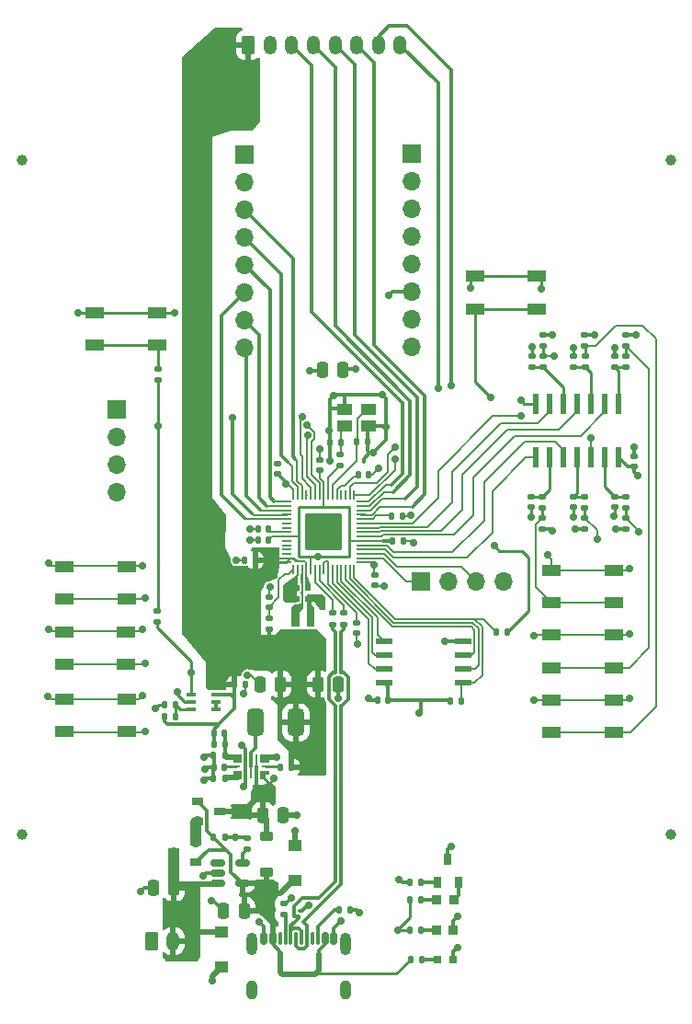
<source format=gbr>
%TF.GenerationSoftware,KiCad,Pcbnew,8.0.7*%
%TF.CreationDate,2025-02-23T15:46:05-05:00*%
%TF.ProjectId,RP2350_V1,52503233-3530-45f5-9631-2e6b69636164,1.0*%
%TF.SameCoordinates,Original*%
%TF.FileFunction,Copper,L1,Top*%
%TF.FilePolarity,Positive*%
%FSLAX46Y46*%
G04 Gerber Fmt 4.6, Leading zero omitted, Abs format (unit mm)*
G04 Created by KiCad (PCBNEW 8.0.7) date 2025-02-23 15:46:05*
%MOMM*%
%LPD*%
G01*
G04 APERTURE LIST*
G04 Aperture macros list*
%AMRoundRect*
0 Rectangle with rounded corners*
0 $1 Rounding radius*
0 $2 $3 $4 $5 $6 $7 $8 $9 X,Y pos of 4 corners*
0 Add a 4 corners polygon primitive as box body*
4,1,4,$2,$3,$4,$5,$6,$7,$8,$9,$2,$3,0*
0 Add four circle primitives for the rounded corners*
1,1,$1+$1,$2,$3*
1,1,$1+$1,$4,$5*
1,1,$1+$1,$6,$7*
1,1,$1+$1,$8,$9*
0 Add four rect primitives between the rounded corners*
20,1,$1+$1,$2,$3,$4,$5,0*
20,1,$1+$1,$4,$5,$6,$7,0*
20,1,$1+$1,$6,$7,$8,$9,0*
20,1,$1+$1,$8,$9,$2,$3,0*%
%AMFreePoly0*
4,1,18,-0.437500,0.050000,-0.433694,0.069134,-0.422855,0.085355,-0.406634,0.096194,-0.387500,0.100000,0.387500,0.100000,0.437500,0.050000,0.437500,-0.050000,0.433694,-0.069134,0.422855,-0.085355,0.406634,-0.096194,0.387500,-0.100000,-0.387500,-0.100000,-0.406634,-0.096194,-0.422855,-0.085355,-0.433694,-0.069134,-0.437500,-0.050000,-0.437500,0.050000,-0.437500,0.050000,$1*%
%AMFreePoly1*
4,1,18,-0.437500,0.050000,-0.433694,0.069134,-0.422855,0.085355,-0.406634,0.096194,-0.387500,0.100000,0.387500,0.100000,0.406634,0.096194,0.422855,0.085355,0.433694,0.069134,0.437500,0.050000,0.437500,-0.050000,0.387500,-0.100000,-0.387500,-0.100000,-0.406634,-0.096194,-0.422855,-0.085355,-0.433694,-0.069134,-0.437500,-0.050000,-0.437500,0.050000,-0.437500,0.050000,$1*%
%AMFreePoly2*
4,1,18,-0.100000,0.387500,-0.050000,0.437500,0.050000,0.437500,0.069134,0.433694,0.085355,0.422855,0.096194,0.406634,0.100000,0.387500,0.100000,-0.387500,0.096194,-0.406634,0.085355,-0.422855,0.069134,-0.433694,0.050000,-0.437500,-0.050000,-0.437500,-0.069134,-0.433694,-0.085355,-0.422855,-0.096194,-0.406634,-0.100000,-0.387500,-0.100000,0.387500,-0.100000,0.387500,$1*%
%AMFreePoly3*
4,1,18,-0.100000,0.387500,-0.096194,0.406634,-0.085355,0.422855,-0.069134,0.433694,-0.050000,0.437500,0.050000,0.437500,0.100000,0.387500,0.100000,-0.387500,0.096194,-0.406634,0.085355,-0.422855,0.069134,-0.433694,0.050000,-0.437500,-0.050000,-0.437500,-0.069134,-0.433694,-0.085355,-0.422855,-0.096194,-0.406634,-0.100000,-0.387500,-0.100000,0.387500,-0.100000,0.387500,$1*%
%AMFreePoly4*
4,1,18,-0.437500,0.050000,-0.433694,0.069134,-0.422855,0.085355,-0.406634,0.096194,-0.387500,0.100000,0.387500,0.100000,0.406634,0.096194,0.422855,0.085355,0.433694,0.069134,0.437500,0.050000,0.437500,-0.050000,0.433694,-0.069134,0.422855,-0.085355,0.406634,-0.096194,0.387500,-0.100000,-0.387500,-0.100000,-0.437500,-0.050000,-0.437500,0.050000,-0.437500,0.050000,$1*%
%AMFreePoly5*
4,1,18,-0.437500,0.050000,-0.387500,0.100000,0.387500,0.100000,0.406634,0.096194,0.422855,0.085355,0.433694,0.069134,0.437500,0.050000,0.437500,-0.050000,0.433694,-0.069134,0.422855,-0.085355,0.406634,-0.096194,0.387500,-0.100000,-0.387500,-0.100000,-0.406634,-0.096194,-0.422855,-0.085355,-0.433694,-0.069134,-0.437500,-0.050000,-0.437500,0.050000,-0.437500,0.050000,$1*%
%AMFreePoly6*
4,1,18,-0.100000,0.387500,-0.096194,0.406634,-0.085355,0.422855,-0.069134,0.433694,-0.050000,0.437500,0.050000,0.437500,0.069134,0.433694,0.085355,0.422855,0.096194,0.406634,0.100000,0.387500,0.100000,-0.387500,0.050000,-0.437500,-0.050000,-0.437500,-0.069134,-0.433694,-0.085355,-0.422855,-0.096194,-0.406634,-0.100000,-0.387500,-0.100000,0.387500,-0.100000,0.387500,$1*%
%AMFreePoly7*
4,1,18,-0.100000,0.387500,-0.096194,0.406634,-0.085355,0.422855,-0.069134,0.433694,-0.050000,0.437500,0.050000,0.437500,0.069134,0.433694,0.085355,0.422855,0.096194,0.406634,0.100000,0.387500,0.100000,-0.387500,0.096194,-0.406634,0.085355,-0.422855,0.069134,-0.433694,0.050000,-0.437500,-0.050000,-0.437500,-0.100000,-0.387500,-0.100000,0.387500,-0.100000,0.387500,$1*%
G04 Aperture macros list end*
%TA.AperFunction,EtchedComponent*%
%ADD10C,0.000000*%
%TD*%
%TA.AperFunction,SMDPad,CuDef*%
%ADD11C,1.000000*%
%TD*%
%TA.AperFunction,SMDPad,CuDef*%
%ADD12RoundRect,0.140000X0.170000X-0.140000X0.170000X0.140000X-0.170000X0.140000X-0.170000X-0.140000X0*%
%TD*%
%TA.AperFunction,SMDPad,CuDef*%
%ADD13RoundRect,0.140000X-0.140000X-0.170000X0.140000X-0.170000X0.140000X0.170000X-0.140000X0.170000X0*%
%TD*%
%TA.AperFunction,SMDPad,CuDef*%
%ADD14RoundRect,0.135000X0.185000X-0.135000X0.185000X0.135000X-0.185000X0.135000X-0.185000X-0.135000X0*%
%TD*%
%TA.AperFunction,SMDPad,CuDef*%
%ADD15R,0.910000X0.930000*%
%TD*%
%TA.AperFunction,SMDPad,CuDef*%
%ADD16R,0.845299X0.354800*%
%TD*%
%TA.AperFunction,SMDPad,CuDef*%
%ADD17RoundRect,0.375000X-0.375000X-0.875000X0.375000X-0.875000X0.375000X0.875000X-0.375000X0.875000X0*%
%TD*%
%TA.AperFunction,SMDPad,CuDef*%
%ADD18R,0.800000X0.800000*%
%TD*%
%TA.AperFunction,SMDPad,CuDef*%
%ADD19RoundRect,0.135000X-0.135000X-0.185000X0.135000X-0.185000X0.135000X0.185000X-0.135000X0.185000X0*%
%TD*%
%TA.AperFunction,SMDPad,CuDef*%
%ADD20R,1.100000X0.650000*%
%TD*%
%TA.AperFunction,SMDPad,CuDef*%
%ADD21R,0.228600X0.406400*%
%TD*%
%TA.AperFunction,SMDPad,CuDef*%
%ADD22RoundRect,0.135000X0.135000X0.185000X-0.135000X0.185000X-0.135000X-0.185000X0.135000X-0.185000X0*%
%TD*%
%TA.AperFunction,SMDPad,CuDef*%
%ADD23R,0.700000X1.700000*%
%TD*%
%TA.AperFunction,SMDPad,CuDef*%
%ADD24R,1.193800X1.092200*%
%TD*%
%TA.AperFunction,SMDPad,CuDef*%
%ADD25R,0.810000X0.930000*%
%TD*%
%TA.AperFunction,SMDPad,CuDef*%
%ADD26RoundRect,0.225000X-0.375000X0.225000X-0.375000X-0.225000X0.375000X-0.225000X0.375000X0.225000X0*%
%TD*%
%TA.AperFunction,ComponentPad*%
%ADD27R,1.700000X1.700000*%
%TD*%
%TA.AperFunction,ComponentPad*%
%ADD28O,1.700000X1.700000*%
%TD*%
%TA.AperFunction,SMDPad,CuDef*%
%ADD29R,1.701800X0.990600*%
%TD*%
%TA.AperFunction,SMDPad,CuDef*%
%ADD30RoundRect,0.135000X-0.185000X0.135000X-0.185000X-0.135000X0.185000X-0.135000X0.185000X0.135000X0*%
%TD*%
%TA.AperFunction,SMDPad,CuDef*%
%ADD31RoundRect,0.140000X-0.170000X0.140000X-0.170000X-0.140000X0.170000X-0.140000X0.170000X0.140000X0*%
%TD*%
%TA.AperFunction,SMDPad,CuDef*%
%ADD32RoundRect,0.250000X0.250000X0.475000X-0.250000X0.475000X-0.250000X-0.475000X0.250000X-0.475000X0*%
%TD*%
%TA.AperFunction,SMDPad,CuDef*%
%ADD33RoundRect,0.150000X-0.512500X-0.150000X0.512500X-0.150000X0.512500X0.150000X-0.512500X0.150000X0*%
%TD*%
%TA.AperFunction,SMDPad,CuDef*%
%ADD34RoundRect,0.140000X0.140000X0.170000X-0.140000X0.170000X-0.140000X-0.170000X0.140000X-0.170000X0*%
%TD*%
%TA.AperFunction,SMDPad,CuDef*%
%ADD35R,1.400000X1.100000*%
%TD*%
%TA.AperFunction,SMDPad,CuDef*%
%ADD36RoundRect,0.250000X-0.250000X-0.475000X0.250000X-0.475000X0.250000X0.475000X-0.250000X0.475000X0*%
%TD*%
%TA.AperFunction,SMDPad,CuDef*%
%ADD37R,0.249999X0.775000*%
%TD*%
%TA.AperFunction,SMDPad,CuDef*%
%ADD38R,0.249999X2.300000*%
%TD*%
%TA.AperFunction,SMDPad,CuDef*%
%ADD39R,0.650001X0.249999*%
%TD*%
%TA.AperFunction,SMDPad,CuDef*%
%ADD40RoundRect,0.150000X-0.150000X-0.425000X0.150000X-0.425000X0.150000X0.425000X-0.150000X0.425000X0*%
%TD*%
%TA.AperFunction,SMDPad,CuDef*%
%ADD41RoundRect,0.075000X-0.075000X-0.500000X0.075000X-0.500000X0.075000X0.500000X-0.075000X0.500000X0*%
%TD*%
%TA.AperFunction,ComponentPad*%
%ADD42O,1.000000X2.100000*%
%TD*%
%TA.AperFunction,ComponentPad*%
%ADD43O,1.000000X1.800000*%
%TD*%
%TA.AperFunction,SMDPad,CuDef*%
%ADD44R,0.650000X1.100000*%
%TD*%
%TA.AperFunction,SMDPad,CuDef*%
%ADD45R,0.470000X0.530000*%
%TD*%
%TA.AperFunction,SMDPad,CuDef*%
%ADD46R,1.524000X0.533400*%
%TD*%
%TA.AperFunction,ComponentPad*%
%ADD47RoundRect,0.250000X-0.350000X-0.625000X0.350000X-0.625000X0.350000X0.625000X-0.350000X0.625000X0*%
%TD*%
%TA.AperFunction,ComponentPad*%
%ADD48O,1.200000X1.750000*%
%TD*%
%TA.AperFunction,SMDPad,CuDef*%
%ADD49R,0.558800X1.981200*%
%TD*%
%TA.AperFunction,SMDPad,CuDef*%
%ADD50FreePoly0,180.000000*%
%TD*%
%TA.AperFunction,SMDPad,CuDef*%
%ADD51RoundRect,0.050000X0.387500X0.050000X-0.387500X0.050000X-0.387500X-0.050000X0.387500X-0.050000X0*%
%TD*%
%TA.AperFunction,SMDPad,CuDef*%
%ADD52FreePoly1,180.000000*%
%TD*%
%TA.AperFunction,SMDPad,CuDef*%
%ADD53FreePoly2,180.000000*%
%TD*%
%TA.AperFunction,SMDPad,CuDef*%
%ADD54RoundRect,0.050000X0.050000X0.387500X-0.050000X0.387500X-0.050000X-0.387500X0.050000X-0.387500X0*%
%TD*%
%TA.AperFunction,SMDPad,CuDef*%
%ADD55FreePoly3,180.000000*%
%TD*%
%TA.AperFunction,SMDPad,CuDef*%
%ADD56FreePoly4,180.000000*%
%TD*%
%TA.AperFunction,SMDPad,CuDef*%
%ADD57FreePoly5,180.000000*%
%TD*%
%TA.AperFunction,SMDPad,CuDef*%
%ADD58FreePoly6,180.000000*%
%TD*%
%TA.AperFunction,SMDPad,CuDef*%
%ADD59FreePoly7,180.000000*%
%TD*%
%TA.AperFunction,HeatsinkPad*%
%ADD60C,0.800000*%
%TD*%
%TA.AperFunction,SMDPad,CuDef*%
%ADD61RoundRect,0.153000X-1.547000X1.547000X-1.547000X-1.547000X1.547000X-1.547000X1.547000X1.547000X0*%
%TD*%
%TA.AperFunction,ViaPad*%
%ADD62C,0.700000*%
%TD*%
%TA.AperFunction,Conductor*%
%ADD63C,0.500000*%
%TD*%
%TA.AperFunction,Conductor*%
%ADD64C,0.150000*%
%TD*%
%TA.AperFunction,Conductor*%
%ADD65C,0.300000*%
%TD*%
%TA.AperFunction,Conductor*%
%ADD66C,0.250000*%
%TD*%
%TA.AperFunction,Conductor*%
%ADD67C,0.200000*%
%TD*%
%TA.AperFunction,Conductor*%
%ADD68C,1.000000*%
%TD*%
%TA.AperFunction,Conductor*%
%ADD69C,0.313400*%
%TD*%
G04 APERTURE END LIST*
D10*
%TA.AperFunction,EtchedComponent*%
%TO.C,U3*%
G36*
X137230199Y-104594300D02*
G01*
X137230199Y-105269300D01*
X137180199Y-105319300D01*
X137030199Y-105319300D01*
X136980199Y-105269300D01*
X136980199Y-104944300D01*
X136930200Y-104894300D01*
X136505199Y-104894300D01*
X136455199Y-104844300D01*
X136455199Y-104594300D01*
X136505199Y-104544301D01*
X137180199Y-104544301D01*
X137230199Y-104594300D01*
G37*
%TD.AperFunction*%
%TA.AperFunction,EtchedComponent*%
G36*
X137230199Y-103069300D02*
G01*
X137230199Y-103744300D01*
X137180199Y-103794299D01*
X136505199Y-103794299D01*
X136455199Y-103744300D01*
X136455199Y-103494300D01*
X136505199Y-103444300D01*
X136930200Y-103444300D01*
X136980199Y-103394300D01*
X136980199Y-103069300D01*
X137030199Y-103019300D01*
X137180199Y-103019300D01*
X137230199Y-103069300D01*
G37*
%TD.AperFunction*%
%TA.AperFunction,EtchedComponent*%
G36*
X139230200Y-103069300D02*
G01*
X139230200Y-103394300D01*
X139280200Y-103444300D01*
X139705200Y-103444300D01*
X139755200Y-103494300D01*
X139755200Y-103744300D01*
X139705200Y-103794299D01*
X139030200Y-103794299D01*
X138980201Y-103744300D01*
X138980201Y-103069300D01*
X139030200Y-103019300D01*
X139180200Y-103019300D01*
X139230200Y-103069300D01*
G37*
%TD.AperFunction*%
%TA.AperFunction,EtchedComponent*%
G36*
X139755200Y-104594300D02*
G01*
X139755200Y-104844300D01*
X139705200Y-104894300D01*
X139280200Y-104894300D01*
X139230200Y-104944300D01*
X139230200Y-105269300D01*
X139180200Y-105319300D01*
X139030200Y-105319300D01*
X138980201Y-105269300D01*
X138980201Y-104594300D01*
X139030200Y-104544301D01*
X139705200Y-104544301D01*
X139755200Y-104594300D01*
G37*
%TD.AperFunction*%
%TD*%
D11*
%TO.P,FID2,*%
%TO.N,*%
X117000000Y-110425000D03*
%TD*%
D12*
%TO.P,C4,1*%
%TO.N,/VREG_AVDD*%
X139775000Y-89495000D03*
%TO.P,C4,2*%
%TO.N,GND*%
X139775000Y-88535000D03*
%TD*%
D11*
%TO.P,FID3,*%
%TO.N,*%
X176750000Y-110425000D03*
%TD*%
D13*
%TO.P,C11,1*%
%TO.N,+3V3*%
X151070000Y-81070000D03*
%TO.P,C11,2*%
%TO.N,GND*%
X152030000Y-81070000D03*
%TD*%
D14*
%TO.P,R22,1*%
%TO.N,+3V3*%
X164960000Y-82273800D03*
%TO.P,R22,2*%
%TO.N,Net-(R22-Pad2)*%
X164960000Y-81253800D03*
%TD*%
D15*
%TO.P,D5,A*%
%TO.N,Net-(D5-PadA)*%
X155202000Y-119190000D03*
%TO.P,D5,C*%
%TO.N,GND*%
X156722000Y-119190000D03*
%TD*%
D16*
%TO.P,U5,1,OUT*%
%TO.N,/UVLO_RST*%
X132591149Y-97550001D03*
%TO.P,U5,2,V-*%
%TO.N,GND*%
X132591149Y-98200000D03*
%TO.P,U5,3,IN+*%
%TO.N,Net-(U5-IN+)*%
X132591149Y-98849999D03*
%TO.P,U5,4,IN-*%
%TO.N,Net-(U5-IN-)*%
X134858851Y-98849999D03*
%TO.P,U5,5,REF*%
X134858851Y-98200000D03*
%TO.P,U5,6,V+*%
%TO.N,+3V3*%
X134858851Y-97550001D03*
%TD*%
D14*
%TO.P,R31,1*%
%TO.N,/UVLO_RST*%
X129475000Y-90810000D03*
%TO.P,R31,2*%
%TO.N,/RUN*%
X129475000Y-89790000D03*
%TD*%
D17*
%TO.P,L2,1,1*%
%TO.N,/Converter_Out*%
X138535202Y-100099300D03*
%TO.P,L2,2,2*%
%TO.N,+3V3*%
X142235202Y-100099300D03*
%TD*%
D14*
%TO.P,R25,1*%
%TO.N,Net-(R22-Pad2)*%
X164950000Y-80340000D03*
%TO.P,R25,2*%
%TO.N,Net-(C25-Pad1)*%
X164950000Y-79320000D03*
%TD*%
D18*
%TO.P,D4,A,A*%
%TO.N,Net-(D4-PadA)*%
X155250000Y-121885000D03*
%TO.P,D4,C,C*%
%TO.N,GND*%
X156750000Y-121885000D03*
%TD*%
D19*
%TO.P,R3,1*%
%TO.N,VBUS*%
X134665200Y-110690200D03*
%TO.P,R3,2*%
%TO.N,GND*%
X135685200Y-110690200D03*
%TD*%
D20*
%TO.P,IC2,1,G*%
%TO.N,VBUS*%
X133145200Y-107320200D03*
%TO.P,IC2,2,S*%
%TO.N,Net-(IC1-S)*%
X133145200Y-109240200D03*
%TO.P,IC2,3,D*%
%TO.N,/Converter_In*%
X135245200Y-108280200D03*
%TD*%
D21*
%TO.P,D2,1,K*%
%TO.N,/USB_D-*%
X142145202Y-118430200D03*
%TO.P,D2,2,K*%
%TO.N,/USB_D+*%
X142945200Y-118430200D03*
%TO.P,D2,3,A*%
%TO.N,GND*%
X142545201Y-117388800D03*
%TD*%
D19*
%TO.P,R5,1*%
%TO.N,+3V3*%
X156440000Y-98100000D03*
%TO.P,R5,2*%
%TO.N,/QSPI_SS*%
X157460000Y-98100000D03*
%TD*%
D14*
%TO.P,R8,1*%
%TO.N,/USB_D-*%
X145625000Y-91060000D03*
%TO.P,R8,2*%
%TO.N,Net-(U1-USB_DM)*%
X145625000Y-90040000D03*
%TD*%
D22*
%TO.P,R13,1*%
%TO.N,+3V3*%
X141820000Y-104200000D03*
%TO.P,R13,2*%
%TO.N,/PG*%
X140800000Y-104200000D03*
%TD*%
D23*
%TO.P,L1,1,1*%
%TO.N,+1V1*%
X143600000Y-90416790D03*
%TO.P,L1,2,2*%
%TO.N,/VREG_LX*%
X142200000Y-90416790D03*
%TD*%
D24*
%TO.P,CR2,1*%
%TO.N,/VBAT*%
X135350000Y-119362100D03*
%TO.P,CR2,2*%
%TO.N,GND*%
X135350000Y-122587900D03*
%TD*%
%TO.P,CR1,1*%
%TO.N,VBUS*%
X142175000Y-114662900D03*
%TO.P,CR1,2*%
%TO.N,GND*%
X142175000Y-111437100D03*
%TD*%
D25*
%TO.P,D3,A,A*%
%TO.N,Net-(D3-PadA)*%
X155155000Y-116425000D03*
%TO.P,D3,C,C*%
%TO.N,Net-(IC3-S)*%
X156775000Y-116425000D03*
%TD*%
D13*
%TO.P,C28,1*%
%TO.N,+3V3*%
X134705202Y-101059300D03*
%TO.P,C28,2*%
%TO.N,/FB*%
X135665202Y-101059300D03*
%TD*%
D11*
%TO.P,FID4,*%
%TO.N,*%
X176750000Y-48325000D03*
%TD*%
D26*
%TO.P,D1,1,K*%
%TO.N,/Converter_In*%
X139505200Y-110560200D03*
%TO.P,D1,2,A*%
%TO.N,VBUS*%
X139505200Y-113860200D03*
%TD*%
D27*
%TO.P,J4,1,Pin_1*%
%TO.N,unconnected-(J4-Pin_1-Pad1)*%
X137495000Y-47805000D03*
D28*
%TO.P,J4,2,Pin_2*%
%TO.N,GND*%
X137495000Y-50345000D03*
%TO.P,J4,3,Pin_3*%
%TO.N,/CS{slash}NSS*%
X137495000Y-52885000D03*
%TO.P,J4,4,Pin_4*%
%TO.N,/SPI0_CLK*%
X137495000Y-55425000D03*
%TO.P,J4,5,Pin_5*%
%TO.N,/SPI0_TX*%
X137495000Y-57965000D03*
%TO.P,J4,6,Pin_6*%
%TO.N,/SPI0_RX*%
X137495000Y-60505000D03*
%TO.P,J4,7,Pin_7*%
%TO.N,/uC_RESET*%
X137495000Y-63045000D03*
%TO.P,J4,8,Pin_8*%
%TO.N,/uC_BUSY*%
X137495000Y-65585000D03*
%TD*%
D29*
%TO.P,SW11,1,1*%
%TO.N,GND*%
X165820000Y-86070000D03*
%TO.P,SW11,2,2*%
X171535000Y-86070000D03*
%TO.P,SW11,3,3*%
%TO.N,Net-(R22-Pad2)*%
X165820000Y-89070000D03*
%TO.P,SW11,4,4*%
X171535000Y-89070000D03*
%TD*%
D13*
%TO.P,C32,1*%
%TO.N,+3V3*%
X136600000Y-96625000D03*
%TO.P,C32,2*%
%TO.N,GND*%
X137560000Y-96625000D03*
%TD*%
D19*
%TO.P,R28,1*%
%TO.N,VBUS*%
X152790000Y-121885000D03*
%TO.P,R28,2*%
%TO.N,Net-(D4-PadA)*%
X153810000Y-121885000D03*
%TD*%
D13*
%TO.P,C13,1*%
%TO.N,/XIN*%
X147870000Y-74275000D03*
%TO.P,C13,2*%
%TO.N,GND*%
X148830000Y-74275000D03*
%TD*%
D30*
%TO.P,R9,1*%
%TO.N,Net-(C12-Pad2)*%
X146325000Y-75400000D03*
%TO.P,R9,2*%
%TO.N,/XOUT*%
X146325000Y-76420000D03*
%TD*%
D14*
%TO.P,R27,1*%
%TO.N,Net-(R24-Pad2)*%
X172600000Y-80330000D03*
%TO.P,R27,2*%
%TO.N,Net-(C27-Pad1)*%
X172600000Y-79310000D03*
%TD*%
%TO.P,R23,1*%
%TO.N,+3V3*%
X168850000Y-82270000D03*
%TO.P,R23,2*%
%TO.N,Net-(R23-Pad2)*%
X168850000Y-81250000D03*
%TD*%
D31*
%TO.P,C10,1*%
%TO.N,+3V3*%
X149510000Y-86540000D03*
%TO.P,C10,2*%
%TO.N,GND*%
X149510000Y-87500000D03*
%TD*%
D32*
%TO.P,C31,1*%
%TO.N,+3V3*%
X146600000Y-67675000D03*
%TO.P,C31,2*%
%TO.N,GND*%
X144700000Y-67675000D03*
%TD*%
D29*
%TO.P,SW14,1,1*%
%TO.N,GND*%
X120935000Y-85740000D03*
%TO.P,SW14,2,2*%
X126650000Y-85740000D03*
%TO.P,SW14,3,3*%
%TO.N,Net-(R20-Pad2)*%
X120935000Y-88740000D03*
%TO.P,SW14,4,4*%
X126650000Y-88740000D03*
%TD*%
D30*
%TO.P,R1,1*%
%TO.N,/RUN_IN*%
X129550000Y-67540000D03*
%TO.P,R1,2*%
%TO.N,/RUN*%
X129550000Y-68560000D03*
%TD*%
D29*
%TO.P,SW12,1,1*%
%TO.N,GND*%
X165792500Y-92050000D03*
%TO.P,SW12,2,2*%
X171507500Y-92050000D03*
%TO.P,SW12,3,3*%
%TO.N,Net-(R16-Pad1)*%
X165792500Y-95050000D03*
%TO.P,SW12,4,4*%
X171507500Y-95050000D03*
%TD*%
D19*
%TO.P,R10,1*%
%TO.N,+3V3*%
X134675202Y-102089300D03*
%TO.P,R10,2*%
%TO.N,/FB*%
X135695202Y-102089300D03*
%TD*%
D33*
%TO.P,U4,1,CE*%
%TO.N,unconnected-(U4-CE-Pad1)*%
X135027700Y-113020200D03*
%TO.P,U4,2,V_{SS}*%
%TO.N,GND*%
X135027700Y-113970200D03*
%TO.P,U4,3,V_{BAT}*%
%TO.N,/VBAT*%
X135027700Y-114920200D03*
%TO.P,U4,4,V_{DD}*%
%TO.N,VBUS*%
X137302700Y-114920200D03*
%TO.P,U4,5,PROG*%
%TO.N,Net-(U4-PROG)*%
X137302700Y-113020200D03*
%TD*%
D34*
%TO.P,C1,1*%
%TO.N,+3V3*%
X150705000Y-98025000D03*
%TO.P,C1,2*%
%TO.N,GND*%
X149745000Y-98025000D03*
%TD*%
D35*
%TO.P,X1,1,1*%
%TO.N,/XIN*%
X148950000Y-71249999D03*
%TO.P,X1,2,2*%
%TO.N,GND*%
X146750000Y-71249999D03*
%TO.P,X1,3,3*%
%TO.N,Net-(C12-Pad2)*%
X146750000Y-72850001D03*
%TO.P,X1,4,4*%
%TO.N,GND*%
X148950000Y-72850001D03*
%TD*%
D12*
%TO.P,C24,1*%
%TO.N,Net-(C24-Pad1)*%
X163980000Y-67363800D03*
%TO.P,C24,2*%
%TO.N,GND*%
X163980000Y-66403800D03*
%TD*%
D22*
%TO.P,R4,1*%
%TO.N,/COMP_FSET*%
X135685202Y-105249300D03*
%TO.P,R4,2*%
%TO.N,GND*%
X134665202Y-105249300D03*
%TD*%
D27*
%TO.P,J2,1,Pin_1*%
%TO.N,GND*%
X152880000Y-47770000D03*
D28*
%TO.P,J2,2,Pin_2*%
X152880000Y-50310000D03*
%TO.P,J2,3,Pin_3*%
%TO.N,unconnected-(J2-Pin_3-Pad3)*%
X152880000Y-52850000D03*
%TO.P,J2,4,Pin_4*%
%TO.N,unconnected-(J2-Pin_4-Pad4)*%
X152880000Y-55390000D03*
%TO.P,J2,5,Pin_5*%
%TO.N,unconnected-(J2-Pin_5-Pad5)*%
X152880000Y-57930000D03*
%TO.P,J2,6,Pin_6*%
%TO.N,/DIO1*%
X152880000Y-60470000D03*
%TO.P,J2,7,Pin_7*%
%TO.N,GND*%
X152880000Y-63010000D03*
%TO.P,J2,8,Pin_8*%
%TO.N,+3V3*%
X152880000Y-65550000D03*
%TD*%
D13*
%TO.P,C12,1*%
%TO.N,GND*%
X145415000Y-74300000D03*
%TO.P,C12,2*%
%TO.N,Net-(C12-Pad2)*%
X146375000Y-74300000D03*
%TD*%
D19*
%TO.P,R32,1*%
%TO.N,/VBAT*%
X152715000Y-119175000D03*
%TO.P,R32,2*%
%TO.N,Net-(D5-PadA)*%
X153735000Y-119175000D03*
%TD*%
D30*
%TO.P,R20,1*%
%TO.N,+3V3*%
X165000000Y-64420000D03*
%TO.P,R20,2*%
%TO.N,Net-(R20-Pad2)*%
X165000000Y-65440000D03*
%TD*%
D12*
%TO.P,C5,1*%
%TO.N,+3V3*%
X140580000Y-77240000D03*
%TO.P,C5,2*%
%TO.N,GND*%
X140580000Y-76280000D03*
%TD*%
D29*
%TO.P,SW13,1,1*%
%TO.N,GND*%
X165782500Y-98000000D03*
%TO.P,SW13,2,2*%
X171497500Y-98000000D03*
%TO.P,SW13,3,3*%
%TO.N,Net-(R18-Pad2)*%
X165782500Y-101000000D03*
%TO.P,SW13,4,4*%
X171497500Y-101000000D03*
%TD*%
D14*
%TO.P,R6,1*%
%TO.N,+3V3*%
X139775000Y-91485000D03*
%TO.P,R6,2*%
%TO.N,/VREG_AVDD*%
X139775000Y-90465000D03*
%TD*%
D34*
%TO.P,C6,1*%
%TO.N,+3V3*%
X139710000Y-82300000D03*
%TO.P,C6,2*%
%TO.N,GND*%
X138750000Y-82300000D03*
%TD*%
D14*
%TO.P,R12,1*%
%TO.N,Net-(U4-PROG)*%
X137735200Y-111720200D03*
%TO.P,R12,2*%
%TO.N,GND*%
X137735200Y-110700200D03*
%TD*%
D19*
%TO.P,R29,1*%
%TO.N,+3V3*%
X130160000Y-99530000D03*
%TO.P,R29,2*%
%TO.N,Net-(U5-IN+)*%
X131180000Y-99530000D03*
%TD*%
D34*
%TO.P,C16,1*%
%TO.N,+1V1*%
X139720000Y-83290000D03*
%TO.P,C16,2*%
%TO.N,GND*%
X138760000Y-83290000D03*
%TD*%
D32*
%TO.P,C17,1*%
%TO.N,VBUS*%
X137485200Y-117400200D03*
%TO.P,C17,2*%
%TO.N,GND*%
X135585200Y-117400200D03*
%TD*%
D12*
%TO.P,C15,1*%
%TO.N,+1V1*%
X144425000Y-76880000D03*
%TO.P,C15,2*%
%TO.N,GND*%
X144425000Y-75920000D03*
%TD*%
D19*
%TO.P,R34,1*%
%TO.N,/UVLO_RST*%
X152780000Y-114845000D03*
%TO.P,R34,2*%
%TO.N,Net-(IC3-G)*%
X153800000Y-114845000D03*
%TD*%
D36*
%TO.P,C30,1*%
%TO.N,+3V3*%
X144275000Y-96575000D03*
%TO.P,C30,2*%
%TO.N,GND*%
X146175000Y-96575000D03*
%TD*%
D34*
%TO.P,C7,1*%
%TO.N,+3V3*%
X138495000Y-85165000D03*
%TO.P,C7,2*%
%TO.N,GND*%
X137535000Y-85165000D03*
%TD*%
D31*
%TO.P,C26,1*%
%TO.N,Net-(C26-Pad1)*%
X167820000Y-79340000D03*
%TO.P,C26,2*%
%TO.N,GND*%
X167820000Y-80300000D03*
%TD*%
D22*
%TO.P,R11,1*%
%TO.N,/FB*%
X135685202Y-103129300D03*
%TO.P,R11,2*%
%TO.N,GND*%
X134665202Y-103129300D03*
%TD*%
D37*
%TO.P,U3,1,MODE_SYNC*%
%TO.N,/Converter_In*%
X139105202Y-103408400D03*
D38*
%TO.P,U3,2,VIN*%
X138605200Y-104169300D03*
%TO.P,U3,3,SW*%
%TO.N,/Converter_Out*%
X138105201Y-104169300D03*
%TO.P,U3,4,GND*%
%TO.N,GND*%
X137605202Y-104169300D03*
D37*
%TO.P,U3,5,FB*%
%TO.N,/FB*%
X137105203Y-103408400D03*
D39*
%TO.P,U3,6,SS_TR*%
%TO.N,Net-(U3-SS_TR)*%
X136780200Y-104169300D03*
D37*
%TO.P,U3,7,COMP_FSET*%
%TO.N,/COMP_FSET*%
X137105200Y-104930200D03*
%TO.P,U3,8,EN*%
%TO.N,/Converter_In*%
X139105202Y-104930200D03*
D39*
%TO.P,U3,9,PG*%
%TO.N,/PG*%
X139430202Y-104169300D03*
%TD*%
D40*
%TO.P,J3,A1,GND*%
%TO.N,GND*%
X139320000Y-119945000D03*
%TO.P,J3,A4,VBUS*%
%TO.N,VBUS*%
X140120000Y-119945000D03*
D41*
%TO.P,J3,A5,CC1*%
%TO.N,/USB_CC1*%
X141270000Y-119945000D03*
%TO.P,J3,A6,D+*%
%TO.N,/USB_D+*%
X142270000Y-119945000D03*
%TO.P,J3,A7,D-*%
%TO.N,/USB_D-*%
X142770000Y-119945000D03*
%TO.P,J3,A8,SBU1*%
%TO.N,unconnected-(J3-SBU1-PadA8)*%
X143770000Y-119945000D03*
D40*
%TO.P,J3,A9,VBUS*%
%TO.N,VBUS*%
X144920000Y-119945000D03*
%TO.P,J3,A12,GND*%
%TO.N,GND*%
X145720000Y-119945000D03*
%TO.P,J3,B1,GND*%
X145720000Y-119945000D03*
%TO.P,J3,B4,VBUS*%
%TO.N,VBUS*%
X144920000Y-119945000D03*
D41*
%TO.P,J3,B5,CC2*%
%TO.N,/USB_CC2*%
X144270000Y-119945000D03*
%TO.P,J3,B6,D+*%
%TO.N,/USB_D+*%
X143270000Y-119945000D03*
%TO.P,J3,B7,D-*%
%TO.N,/USB_D-*%
X141770000Y-119945000D03*
%TO.P,J3,B8,SBU2*%
%TO.N,unconnected-(J3-SBU2-PadB8)*%
X140770000Y-119945000D03*
D40*
%TO.P,J3,B9,VBUS*%
%TO.N,VBUS*%
X140120000Y-119945000D03*
%TO.P,J3,B12,GND*%
%TO.N,GND*%
X139320000Y-119945000D03*
D42*
%TO.P,J3,S1,SHIELD*%
%TO.N,unconnected-(J3-SHIELD-PadS1)_3*%
X138200000Y-120520000D03*
D43*
%TO.N,unconnected-(J3-SHIELD-PadS1)_1*%
X138200000Y-124700000D03*
D42*
%TO.N,unconnected-(J3-SHIELD-PadS1)_2*%
X146840000Y-120520000D03*
D43*
%TO.N,unconnected-(J3-SHIELD-PadS1)*%
X146840000Y-124700000D03*
%TD*%
D30*
%TO.P,R21,1*%
%TO.N,Net-(R20-Pad2)*%
X165000000Y-66360000D03*
%TO.P,R21,2*%
%TO.N,Net-(C24-Pad1)*%
X165000000Y-67380000D03*
%TD*%
D31*
%TO.P,C27,1*%
%TO.N,Net-(C27-Pad1)*%
X171600000Y-79320000D03*
%TO.P,C27,2*%
%TO.N,GND*%
X171600000Y-80280000D03*
%TD*%
D29*
%TO.P,SW1,1,1*%
%TO.N,GND*%
X123732500Y-62400000D03*
%TO.P,SW1,2,2*%
X129447500Y-62400000D03*
%TO.P,SW1,3,3*%
%TO.N,/RUN_IN*%
X123732500Y-65400000D03*
%TO.P,SW1,4,4*%
X129447500Y-65400000D03*
%TD*%
D44*
%TO.P,IC3,1,G*%
%TO.N,Net-(IC3-G)*%
X155290000Y-114795000D03*
%TO.P,IC3,2,S*%
%TO.N,Net-(IC3-S)*%
X157210000Y-114795000D03*
%TO.P,IC3,3,D*%
%TO.N,GND*%
X156250000Y-112695000D03*
%TD*%
D45*
%TO.P,C2,1*%
%TO.N,+3V3*%
X143335000Y-87670000D03*
%TO.P,C2,2*%
%TO.N,GND*%
X142305000Y-87670000D03*
%TD*%
D31*
%TO.P,C22,1*%
%TO.N,GND*%
X173380000Y-75590000D03*
%TO.P,C22,2*%
%TO.N,+3V3*%
X173380000Y-76550000D03*
%TD*%
D30*
%TO.P,R17,1*%
%TO.N,+3V3*%
X172630000Y-64420000D03*
%TO.P,R17,2*%
%TO.N,Net-(R16-Pad1)*%
X172630000Y-65440000D03*
%TD*%
D13*
%TO.P,C8,1*%
%TO.N,+3V3*%
X147995000Y-77300000D03*
%TO.P,C8,2*%
%TO.N,GND*%
X148955000Y-77300000D03*
%TD*%
D11*
%TO.P,FID1,*%
%TO.N,*%
X117000000Y-48325000D03*
%TD*%
D22*
%TO.P,R2,1*%
%TO.N,/~{USB_BOOT}*%
X161750000Y-91750000D03*
%TO.P,R2,2*%
%TO.N,/QSPI_SS*%
X160730000Y-91750000D03*
%TD*%
D31*
%TO.P,C25,1*%
%TO.N,Net-(C25-Pad1)*%
X163920000Y-79333800D03*
%TO.P,C25,2*%
%TO.N,GND*%
X163920000Y-80293800D03*
%TD*%
D12*
%TO.P,C21,1*%
%TO.N,Net-(C21-Pad1)*%
X171590000Y-67350000D03*
%TO.P,C21,2*%
%TO.N,GND*%
X171590000Y-66390000D03*
%TD*%
D30*
%TO.P,R19,1*%
%TO.N,Net-(R18-Pad2)*%
X168880000Y-66380000D03*
%TO.P,R19,2*%
%TO.N,Net-(C23-Pad1)*%
X168880000Y-67400000D03*
%TD*%
D46*
%TO.P,U2,1,~{CS}*%
%TO.N,/QSPI_SS*%
X157644900Y-96455000D03*
%TO.P,U2,2,DO(IO1)*%
%TO.N,/QSPI_SD1*%
X157644900Y-95185000D03*
%TO.P,U2,3,IO2*%
%TO.N,/QSPI_SD2*%
X157644900Y-93915000D03*
%TO.P,U2,4,GND*%
%TO.N,GND*%
X157644900Y-92645000D03*
%TO.P,U2,5,DI(IO0)*%
%TO.N,/QSPI_SD0*%
X150355100Y-92645000D03*
%TO.P,U2,6,CLK*%
%TO.N,/QSPI_SCLK*%
X150355100Y-93915000D03*
%TO.P,U2,7,IO3*%
%TO.N,/QSPI_SD3*%
X150355100Y-95185000D03*
%TO.P,U2,8,VCC*%
%TO.N,+3V3*%
X150355100Y-96455000D03*
%TD*%
D36*
%TO.P,C19,1*%
%TO.N,/Converter_In*%
X139185200Y-108640200D03*
%TO.P,C19,2*%
%TO.N,GND*%
X141085200Y-108640200D03*
%TD*%
D32*
%TO.P,C29,1*%
%TO.N,+3V3*%
X140825000Y-96575000D03*
%TO.P,C29,2*%
%TO.N,GND*%
X138925000Y-96575000D03*
%TD*%
D29*
%TO.P,SW9,1,1*%
%TO.N,GND*%
X120895000Y-91760000D03*
%TO.P,SW9,2,2*%
X126610000Y-91760000D03*
%TO.P,SW9,3,3*%
%TO.N,Net-(R23-Pad2)*%
X120895000Y-94760000D03*
%TO.P,SW9,4,4*%
X126610000Y-94760000D03*
%TD*%
D32*
%TO.P,C18,1*%
%TO.N,/VBAT*%
X131000000Y-115300000D03*
%TO.P,C18,2*%
%TO.N,GND*%
X129100000Y-115300000D03*
%TD*%
D20*
%TO.P,IC1,1,G*%
%TO.N,VBUS*%
X133055200Y-112970200D03*
%TO.P,IC1,2,S*%
%TO.N,Net-(IC1-S)*%
X133055200Y-111050200D03*
%TO.P,IC1,3,D*%
%TO.N,/VBAT*%
X130955200Y-112010200D03*
%TD*%
D27*
%TO.P,J1,1,Pin_1*%
%TO.N,/SWCLK*%
X125775000Y-71310000D03*
D28*
%TO.P,J1,2,Pin_2*%
%TO.N,GND*%
X125775000Y-73850000D03*
%TO.P,J1,3,Pin_3*%
%TO.N,/SWD*%
X125775000Y-76390000D03*
%TO.P,J1,4,Pin_4*%
%TO.N,GND*%
X125775000Y-78930000D03*
%TD*%
D19*
%TO.P,R33,1*%
%TO.N,/VBAT*%
X152728000Y-116405000D03*
%TO.P,R33,2*%
%TO.N,Net-(D3-PadA)*%
X153748000Y-116405000D03*
%TD*%
D14*
%TO.P,R24,1*%
%TO.N,+3V3*%
X172610000Y-82273800D03*
%TO.P,R24,2*%
%TO.N,Net-(R24-Pad2)*%
X172610000Y-81253800D03*
%TD*%
D47*
%TO.P,J5,1,Pin_1*%
%TO.N,+3V3*%
X137850000Y-37760000D03*
D48*
%TO.P,J5,2,Pin_2*%
%TO.N,GND*%
X139850000Y-37760000D03*
%TO.P,J5,3,Pin_3*%
%TO.N,/SPI1_TX*%
X141850000Y-37760000D03*
%TO.P,J5,4,Pin_4*%
%TO.N,/SPI1_CLK*%
X143850000Y-37760000D03*
%TO.P,J5,5,Pin_5*%
%TO.N,/SPI1_CS*%
X145850000Y-37760000D03*
%TO.P,J5,6,Pin_6*%
%TO.N,/DISPLAY_DC*%
X147850000Y-37760000D03*
%TO.P,J5,7,Pin_7*%
%TO.N,/DISPLAY_RESET*%
X149850000Y-37760000D03*
%TO.P,J5,8,Pin_8*%
%TO.N,/DISPLAY_BUSY*%
X151850000Y-37760000D03*
%TD*%
D49*
%TO.P,U6,1*%
%TO.N,Net-(C21-Pad1)*%
X171960000Y-70782400D03*
%TO.P,U6,2*%
%TO.N,/BTN_BACK*%
X170690000Y-70782400D03*
%TO.P,U6,3*%
%TO.N,Net-(C23-Pad1)*%
X169420000Y-70782400D03*
%TO.P,U6,4*%
%TO.N,/BTN_OK*%
X168150000Y-70782400D03*
%TO.P,U6,5*%
%TO.N,Net-(C24-Pad1)*%
X166880000Y-70782400D03*
%TO.P,U6,6*%
%TO.N,/BTN_NEXT*%
X165610000Y-70782400D03*
%TO.P,U6,7,GND*%
%TO.N,GND*%
X164340000Y-70782400D03*
%TO.P,U6,8*%
%TO.N,/BTN_MACRO_A*%
X164340000Y-75710000D03*
%TO.P,U6,9*%
%TO.N,Net-(C25-Pad1)*%
X165610000Y-75710000D03*
%TO.P,U6,10*%
%TO.N,/BTN_MACRO_B*%
X166880000Y-75710000D03*
%TO.P,U6,11*%
%TO.N,Net-(C26-Pad1)*%
X168150000Y-75710000D03*
%TO.P,U6,12*%
%TO.N,/BTN_MACRO_C*%
X169420000Y-75710000D03*
%TO.P,U6,13*%
%TO.N,Net-(C27-Pad1)*%
X170690000Y-75710000D03*
%TO.P,U6,14,VCC*%
%TO.N,+3V3*%
X171960000Y-75710000D03*
%TD*%
D29*
%TO.P,SW10,1,1*%
%TO.N,GND*%
X120945000Y-97950000D03*
%TO.P,SW10,2,2*%
X126660000Y-97950000D03*
%TO.P,SW10,3,3*%
%TO.N,Net-(R24-Pad2)*%
X120945000Y-100950000D03*
%TO.P,SW10,4,4*%
X126660000Y-100950000D03*
%TD*%
D22*
%TO.P,R30,1*%
%TO.N,Net-(U5-IN+)*%
X131170000Y-98470000D03*
%TO.P,R30,2*%
%TO.N,GND*%
X130150000Y-98470000D03*
%TD*%
D47*
%TO.P,J6,1,Pin_1*%
%TO.N,GND*%
X128925000Y-120225000D03*
D48*
%TO.P,J6,2,Pin_2*%
%TO.N,/VBAT*%
X130925000Y-120225000D03*
%TD*%
D14*
%TO.P,R15,1*%
%TO.N,/USB_CC1*%
X141125000Y-117785000D03*
%TO.P,R15,2*%
%TO.N,GND*%
X141125000Y-116765000D03*
%TD*%
D31*
%TO.P,C9,1*%
%TO.N,+3V3*%
X147850000Y-90935000D03*
%TO.P,C9,2*%
%TO.N,GND*%
X147850000Y-91895000D03*
%TD*%
D27*
%TO.P,J7,1,Pin_1*%
%TO.N,/UART_Tx_DEBUG*%
X153770000Y-87120000D03*
D28*
%TO.P,J7,2,Pin_2*%
%TO.N,GND*%
X156310000Y-87120000D03*
%TO.P,J7,3,Pin_3*%
%TO.N,/UART_Rx_DEBUG*%
X158850000Y-87120000D03*
%TO.P,J7,4,Pin_4*%
%TO.N,GND*%
X161390000Y-87120000D03*
%TD*%
D29*
%TO.P,SW4,1,1*%
%TO.N,GND*%
X158742500Y-59050000D03*
%TO.P,SW4,2,2*%
X164457500Y-59050000D03*
%TO.P,SW4,3,3*%
%TO.N,/~{USB_BOOT}*%
X158742500Y-62050000D03*
%TO.P,SW4,4,4*%
X164457500Y-62050000D03*
%TD*%
D14*
%TO.P,R7,1*%
%TO.N,/USB_D+*%
X146675000Y-91060000D03*
%TO.P,R7,2*%
%TO.N,Net-(U1-USB_DP)*%
X146675000Y-90040000D03*
%TD*%
D45*
%TO.P,C3,1*%
%TO.N,+1V1*%
X143335000Y-88700000D03*
%TO.P,C3,2*%
%TO.N,GND*%
X142305000Y-88700000D03*
%TD*%
D30*
%TO.P,R16,1*%
%TO.N,Net-(R16-Pad1)*%
X172620000Y-66360000D03*
%TO.P,R16,2*%
%TO.N,Net-(C21-Pad1)*%
X172620000Y-67380000D03*
%TD*%
D19*
%TO.P,R14,1*%
%TO.N,/USB_CC2*%
X146220000Y-117340000D03*
%TO.P,R14,2*%
%TO.N,GND*%
X147240000Y-117340000D03*
%TD*%
D34*
%TO.P,C20,1*%
%TO.N,Net-(U3-SS_TR)*%
X135655202Y-104189300D03*
%TO.P,C20,2*%
%TO.N,GND*%
X134695202Y-104189300D03*
%TD*%
D14*
%TO.P,R26,1*%
%TO.N,Net-(R23-Pad2)*%
X168840000Y-80350000D03*
%TO.P,R26,2*%
%TO.N,Net-(C26-Pad1)*%
X168840000Y-79330000D03*
%TD*%
D50*
%TO.P,U1,1,IOVDD*%
%TO.N,+3V3*%
X148250000Y-85380000D03*
D51*
%TO.P,U1,2,GPIO0*%
%TO.N,/UART_Tx_DEBUG*%
X148250000Y-84980000D03*
%TO.P,U1,3,GPIO1*%
%TO.N,/UART_Rx_DEBUG*%
X148250000Y-84580000D03*
%TO.P,U1,4,GPIO2*%
%TO.N,/BTN_MACRO_A*%
X148250000Y-84180000D03*
%TO.P,U1,5,GPIO3*%
%TO.N,/BTN_MACRO_B*%
X148250000Y-83780000D03*
%TO.P,U1,6,DVDD*%
%TO.N,+1V1*%
X148250000Y-83380000D03*
%TO.P,U1,7,GPIO4*%
%TO.N,/BTN_BACK*%
X148250000Y-82980000D03*
%TO.P,U1,8,GPIO5*%
%TO.N,/BTN_OK*%
X148250000Y-82580000D03*
%TO.P,U1,9,GPIO6*%
%TO.N,/BTN_NEXT*%
X148250000Y-82180000D03*
%TO.P,U1,10,GPIO7*%
%TO.N,/BTN_MACRO_C*%
X148250000Y-81780000D03*
%TO.P,U1,11,IOVDD*%
%TO.N,+3V3*%
X148250000Y-81380000D03*
%TO.P,U1,12,GPIO8*%
%TO.N,/DISPLAY_DC*%
X148250000Y-80980000D03*
%TO.P,U1,13,GPIO9*%
%TO.N,/SPI1_CS*%
X148250000Y-80580000D03*
%TO.P,U1,14,GPIO10*%
%TO.N,/SPI1_CLK*%
X148250000Y-80180000D03*
D52*
%TO.P,U1,15,GPIO11*%
%TO.N,/SPI1_TX*%
X148250000Y-79780000D03*
D53*
%TO.P,U1,16,GPIO12*%
%TO.N,/DISPLAY_RESET*%
X147612500Y-79142500D03*
D54*
%TO.P,U1,17,GPIO13*%
%TO.N,/DISPLAY_BUSY*%
X147212500Y-79142500D03*
%TO.P,U1,18,GPIO14*%
%TO.N,unconnected-(U1-GPIO14-Pad18)*%
X146812500Y-79142500D03*
%TO.P,U1,19,GPIO15*%
%TO.N,unconnected-(U1-GPIO15-Pad19)*%
X146412500Y-79142500D03*
%TO.P,U1,20,IOVDD*%
%TO.N,+3V3*%
X146012500Y-79142500D03*
%TO.P,U1,21,XIN*%
%TO.N,/XIN*%
X145612500Y-79142500D03*
%TO.P,U1,22,XOUT*%
%TO.N,/XOUT*%
X145212500Y-79142500D03*
%TO.P,U1,23,DVDD*%
%TO.N,+1V1*%
X144812500Y-79142500D03*
%TO.P,U1,24,SWCLK*%
%TO.N,/SWCLK*%
X144412500Y-79142500D03*
%TO.P,U1,25,SWD*%
%TO.N,/SWD*%
X144012500Y-79142500D03*
%TO.P,U1,26,RUN*%
%TO.N,/RUN*%
X143612500Y-79142500D03*
%TO.P,U1,27,GPIO16*%
%TO.N,unconnected-(U1-GPIO16-Pad27)*%
X143212500Y-79142500D03*
%TO.P,U1,28,GPIO17*%
%TO.N,/CS{slash}NSS*%
X142812500Y-79142500D03*
%TO.P,U1,29,GPIO18*%
%TO.N,/SPI0_CLK*%
X142412500Y-79142500D03*
D55*
%TO.P,U1,30,IOVDD*%
%TO.N,+3V3*%
X142012500Y-79142500D03*
D56*
%TO.P,U1,31,GPIO19*%
%TO.N,/SPI0_TX*%
X141375000Y-79780000D03*
D51*
%TO.P,U1,32,GPIO20*%
%TO.N,/uC_RESET*%
X141375000Y-80180000D03*
%TO.P,U1,33,GPIO21*%
%TO.N,/uC_BUSY*%
X141375000Y-80580000D03*
%TO.P,U1,34,GPIO22*%
%TO.N,/DIO1*%
X141375000Y-80980000D03*
%TO.P,U1,35,GPIO23*%
%TO.N,/SPI0_RX*%
X141375000Y-81380000D03*
%TO.P,U1,36,GPIO24*%
%TO.N,unconnected-(U1-GPIO24-Pad36)*%
X141375000Y-81780000D03*
%TO.P,U1,37,GPIO25*%
%TO.N,unconnected-(U1-GPIO25-Pad37)*%
X141375000Y-82180000D03*
%TO.P,U1,38,IOVDD*%
%TO.N,+3V3*%
X141375000Y-82580000D03*
%TO.P,U1,39,DVDD*%
%TO.N,+1V1*%
X141375000Y-82980000D03*
%TO.P,U1,40,GPIO26_ADC0*%
%TO.N,unconnected-(U1-GPIO26_ADC0-Pad40)*%
X141375000Y-83380000D03*
%TO.P,U1,41,GPIO27_ADC1*%
%TO.N,unconnected-(U1-GPIO27_ADC1-Pad41)*%
X141375000Y-83780000D03*
%TO.P,U1,42,GPIO28_ADC2*%
%TO.N,unconnected-(U1-GPIO28_ADC2-Pad42)*%
X141375000Y-84180000D03*
%TO.P,U1,43,GPIO29_ADC3*%
%TO.N,unconnected-(U1-GPIO29_ADC3-Pad43)*%
X141375000Y-84580000D03*
%TO.P,U1,44,ADC_AVDD*%
%TO.N,+3V3*%
X141375000Y-84980000D03*
D57*
%TO.P,U1,45,IOVDD*%
X141375000Y-85380000D03*
D58*
%TO.P,U1,46,VREG_AVDD*%
%TO.N,/VREG_AVDD*%
X142012500Y-86017500D03*
D54*
%TO.P,U1,47,VREG_PGND*%
%TO.N,GND*%
X142412500Y-86017500D03*
%TO.P,U1,48,VREG_LX*%
%TO.N,/VREG_LX*%
X142812500Y-86017500D03*
%TO.P,U1,49,VREG_VIN*%
%TO.N,+3V3*%
X143212500Y-86017500D03*
%TO.P,U1,50,VREG_FB*%
%TO.N,+1V1*%
X143612500Y-86017500D03*
%TO.P,U1,51,USB_DM*%
%TO.N,Net-(U1-USB_DM)*%
X144012500Y-86017500D03*
%TO.P,U1,52,USB_DP*%
%TO.N,Net-(U1-USB_DP)*%
X144412500Y-86017500D03*
%TO.P,U1,53,USB_OTP_VDD*%
%TO.N,+3V3*%
X144812500Y-86017500D03*
%TO.P,U1,54,QSPI_IOVDD*%
X145212500Y-86017500D03*
%TO.P,U1,55,QSPI_SD3*%
%TO.N,/QSPI_SD3*%
X145612500Y-86017500D03*
%TO.P,U1,56,QSPI_SCLK*%
%TO.N,/QSPI_SCLK*%
X146012500Y-86017500D03*
%TO.P,U1,57,QSPI_SD0*%
%TO.N,/QSPI_SD0*%
X146412500Y-86017500D03*
%TO.P,U1,58,QSPI_SD2*%
%TO.N,/QSPI_SD2*%
X146812500Y-86017500D03*
%TO.P,U1,59,QSPI_SD1*%
%TO.N,/QSPI_SD1*%
X147212500Y-86017500D03*
D59*
%TO.P,U1,60,QSPI_SS*%
%TO.N,/QSPI_SS*%
X147612500Y-86017500D03*
D60*
%TO.P,U1,61,GND*%
%TO.N,GND*%
X146012500Y-83780000D03*
X146012500Y-82580000D03*
X146012500Y-81380000D03*
X144812500Y-83780000D03*
X144812500Y-82580000D03*
D61*
X144812500Y-82580000D03*
D60*
X144762500Y-81380000D03*
X143612500Y-83780000D03*
X143612500Y-82580000D03*
X143612500Y-81380000D03*
%TD*%
D30*
%TO.P,R18,1*%
%TO.N,+3V3*%
X168870000Y-64410000D03*
%TO.P,R18,2*%
%TO.N,Net-(R18-Pad2)*%
X168870000Y-65430000D03*
%TD*%
D12*
%TO.P,C23,1*%
%TO.N,Net-(C23-Pad1)*%
X167800000Y-67370000D03*
%TO.P,C23,2*%
%TO.N,GND*%
X167800000Y-66410000D03*
%TD*%
D13*
%TO.P,C14,1*%
%TO.N,+1V1*%
X151165000Y-83400000D03*
%TO.P,C14,2*%
%TO.N,GND*%
X152125000Y-83400000D03*
%TD*%
D62*
%TO.N,GND*%
X134500000Y-123850000D03*
X137990000Y-82300000D03*
X148902800Y-97867324D03*
X149350000Y-75300000D03*
X137275000Y-102225000D03*
X152853058Y-81043058D03*
X145415000Y-76025000D03*
X156535000Y-111485000D03*
X167820000Y-81160000D03*
X119440000Y-91550000D03*
X141490000Y-88650000D03*
X173380000Y-74750000D03*
X141800000Y-116275000D03*
X157150000Y-120775000D03*
X142300000Y-108640200D03*
X148080000Y-117560000D03*
X127925000Y-115650000D03*
X133800000Y-105420000D03*
X137400000Y-106000000D03*
X137990000Y-83290000D03*
X131075000Y-62400000D03*
X142125000Y-110100000D03*
X137387500Y-97487500D03*
X141500000Y-87590000D03*
X131300000Y-97310000D03*
X128130000Y-97610000D03*
X128122500Y-85647500D03*
X155930000Y-92645000D03*
X164000000Y-65550000D03*
X145700000Y-69975000D03*
X133810000Y-103330000D03*
X153100000Y-83575000D03*
X167800000Y-65575000D03*
X150175000Y-69925000D03*
X146350000Y-118380000D03*
X164200000Y-98010000D03*
X147925000Y-92875000D03*
X119420000Y-97710000D03*
X145275000Y-73250000D03*
X172980000Y-85950000D03*
X158340000Y-60130000D03*
X150390000Y-87570000D03*
X143550000Y-67725000D03*
X129270000Y-98790000D03*
X133720000Y-114175000D03*
X134450000Y-116475000D03*
X139837500Y-87637500D03*
X150550000Y-72875000D03*
X122175000Y-62400000D03*
X165410000Y-84640000D03*
X119440000Y-85450000D03*
X146175000Y-97875000D03*
X172960000Y-91980000D03*
X143422746Y-116949999D03*
X149848071Y-76723071D03*
X164132615Y-92075698D03*
X162950000Y-70475000D03*
X157150000Y-117975000D03*
X171600000Y-65575000D03*
X137770000Y-95760000D03*
X136625000Y-110690200D03*
X128070000Y-91550000D03*
X138874314Y-118425686D03*
X171550000Y-81100000D03*
X136775000Y-85165000D03*
X133820000Y-104350000D03*
X164890000Y-60200000D03*
X163925000Y-81175000D03*
X172980000Y-97890000D03*
X144425000Y-74950000D03*
%TO.N,+3V3*%
X149400000Y-85607200D03*
X139790000Y-84550000D03*
X171700000Y-82275000D03*
X141280000Y-78130000D03*
X173540000Y-64420000D03*
X167970000Y-82270000D03*
X169780000Y-64410000D03*
X139790000Y-85360000D03*
X144100000Y-101850000D03*
X165850000Y-82425000D03*
X165875000Y-64450000D03*
X147725000Y-67600000D03*
X153550000Y-99225000D03*
X173700000Y-77375000D03*
X139790000Y-86150000D03*
%TO.N,+1V1*%
X144532322Y-88617678D03*
X144600000Y-89300000D03*
X144240000Y-84850000D03*
%TO.N,/VBAT*%
X151625000Y-119250000D03*
%TO.N,/SWD*%
X143319974Y-73699546D03*
%TO.N,/SWCLK*%
X143275000Y-72754569D03*
%TO.N,/DIO1*%
X136410000Y-72075000D03*
X150825000Y-60775000D03*
%TO.N,/DISPLAY_RESET*%
X151350000Y-75900000D03*
X156520000Y-69100000D03*
%TO.N,/DISPLAY_BUSY*%
X151350000Y-74725000D03*
X155330000Y-69350000D03*
%TO.N,/RUN*%
X129550000Y-72775000D03*
X142825000Y-71975000D03*
%TO.N,/~{USB_BOOT}*%
X160175000Y-70175000D03*
X160525000Y-83850000D03*
%TO.N,Net-(R20-Pad2)*%
X128382500Y-88642500D03*
X166032500Y-66357500D03*
%TO.N,Net-(R23-Pad2)*%
X128380000Y-94630000D03*
X169975000Y-83225000D03*
%TO.N,Net-(R24-Pad2)*%
X128355000Y-100905000D03*
X173800000Y-82575000D03*
%TO.N,/BTN_MACRO_C*%
X169397500Y-73927500D03*
X162975000Y-71900000D03*
%TO.N,/Converter_In*%
X140200000Y-105250000D03*
X140475000Y-103325000D03*
%TO.N,/UVLO_RST*%
X132575000Y-95485000D03*
X151740000Y-114510000D03*
%TD*%
D63*
%TO.N,GND*%
X134500000Y-123850000D02*
X134500000Y-123437900D01*
X134500000Y-123437900D02*
X135350000Y-122587900D01*
%TO.N,/VBAT*%
X135050000Y-119337100D02*
X135325000Y-119337100D01*
X135325000Y-119337100D02*
X135350000Y-119362100D01*
X135350000Y-119362100D02*
X135312100Y-119400000D01*
X135312100Y-119400000D02*
X133025000Y-119400000D01*
%TO.N,GND*%
X142300000Y-108640200D02*
X142315200Y-108640200D01*
D64*
X127770000Y-97970000D02*
X126667500Y-97970000D01*
D65*
X144575000Y-67725000D02*
X144750000Y-67550000D01*
D64*
X137375000Y-97500000D02*
X137387500Y-97487500D01*
D65*
X139320000Y-119945000D02*
X139320000Y-118871372D01*
D64*
X128050000Y-85720000D02*
X126597500Y-85720000D01*
X144425000Y-75700000D02*
X144400000Y-75675000D01*
D65*
X136625000Y-110690200D02*
X137725200Y-110690200D01*
X143550000Y-67725000D02*
X144575000Y-67725000D01*
D64*
X120952500Y-97970000D02*
X126667500Y-97970000D01*
D65*
X149075000Y-98025000D02*
X148950000Y-97900000D01*
X145720000Y-119010000D02*
X145720000Y-119945000D01*
D64*
X172870000Y-98000000D02*
X172980000Y-97890000D01*
X165792500Y-92050000D02*
X164240000Y-92050000D01*
D65*
X156250000Y-111770000D02*
X156535000Y-111485000D01*
D64*
X128122500Y-85647500D02*
X128050000Y-85720000D01*
D65*
X143422746Y-116949999D02*
X143372745Y-117000000D01*
X143300001Y-116949999D02*
X142861200Y-117388800D01*
X134450000Y-116475000D02*
X134660000Y-116475000D01*
D64*
X172925000Y-92015000D02*
X172960000Y-91980000D01*
D65*
X145350000Y-73175000D02*
X145350000Y-71175000D01*
X156722000Y-119190000D02*
X156722000Y-118403000D01*
D64*
X164240000Y-92050000D02*
X164210000Y-92020000D01*
D65*
X133924800Y-113970200D02*
X135027700Y-113970200D01*
D66*
X158340000Y-60130000D02*
X158340000Y-59452500D01*
D64*
X165820000Y-86070000D02*
X165820000Y-85050000D01*
D65*
X134695202Y-103159300D02*
X134665202Y-103129300D01*
D66*
X129590000Y-98470000D02*
X129270000Y-98790000D01*
D64*
X120882500Y-91730000D02*
X126597500Y-91730000D01*
D67*
X155925000Y-92650000D02*
X155930000Y-92645000D01*
D64*
X128130000Y-97610000D02*
X127770000Y-97970000D01*
D65*
X133980700Y-104189300D02*
X134695202Y-104189300D01*
D64*
X147850000Y-92800000D02*
X147925000Y-92875000D01*
X137387500Y-97487500D02*
X137560000Y-97315000D01*
X164210000Y-92010000D02*
X164200000Y-92010000D01*
D65*
X133810000Y-103330000D02*
X134010700Y-103129300D01*
X137400000Y-106000000D02*
X137400000Y-105900000D01*
D63*
X142150000Y-110125000D02*
X142150000Y-111262100D01*
D65*
X133800000Y-105420000D02*
X133970700Y-105249300D01*
D64*
X137560000Y-97315000D02*
X137560000Y-96625000D01*
X120882500Y-91730000D02*
X119620000Y-91730000D01*
D65*
X136600000Y-110690200D02*
X136625000Y-110690200D01*
X171590000Y-65585000D02*
X171590000Y-66390000D01*
D67*
X152796942Y-81043058D02*
X152853058Y-81043058D01*
D65*
X146350000Y-118380000D02*
X145720000Y-119010000D01*
X171600000Y-65575000D02*
X171590000Y-65585000D01*
D64*
X119620000Y-91730000D02*
X119440000Y-91550000D01*
D65*
X148830000Y-72970001D02*
X148950000Y-72850001D01*
D67*
X152765000Y-81075000D02*
X152796942Y-81043058D01*
D65*
X150550000Y-70300000D02*
X150550000Y-73075000D01*
D66*
X171550000Y-81100000D02*
X171600000Y-81050000D01*
D65*
X133820000Y-104350000D02*
X133980700Y-104189300D01*
X141310000Y-116765000D02*
X141800000Y-116275000D01*
D66*
X163980000Y-65570000D02*
X163980000Y-66403800D01*
X163257400Y-70782400D02*
X164340000Y-70782400D01*
X171600000Y-81050000D02*
X171600000Y-80280000D01*
D63*
X142315200Y-108640200D02*
X142325000Y-108650000D01*
D65*
X134665202Y-104219300D02*
X134695202Y-104189300D01*
D67*
X152826116Y-81070000D02*
X152030000Y-81070000D01*
D66*
X158742500Y-59050000D02*
X164457500Y-59050000D01*
D67*
X153000000Y-83575000D02*
X152825000Y-83400000D01*
D64*
X165820000Y-85050000D02*
X165410000Y-84640000D01*
D65*
X133720000Y-114175000D02*
X133924800Y-113970200D01*
X157150000Y-120775000D02*
X156750000Y-121175000D01*
X149350000Y-75300000D02*
X150550000Y-74100000D01*
D66*
X167800000Y-65575000D02*
X167800000Y-66410000D01*
D67*
X139775000Y-87700000D02*
X139775000Y-88535000D01*
D65*
X134695202Y-104189300D02*
X134695202Y-103159300D01*
D63*
X142125000Y-110100000D02*
X142150000Y-110125000D01*
D65*
X156250000Y-112695000D02*
X156250000Y-111770000D01*
X133970700Y-105249300D02*
X134665202Y-105249300D01*
X143422746Y-116949999D02*
X143300001Y-116949999D01*
D64*
X171497500Y-98000000D02*
X172870000Y-98000000D01*
D65*
X137725200Y-110690200D02*
X137735200Y-110700200D01*
X145415000Y-73390000D02*
X145275000Y-73250000D01*
D64*
X119440000Y-85450000D02*
X119710000Y-85720000D01*
D67*
X137535000Y-85165000D02*
X136775000Y-85165000D01*
D65*
X137400000Y-106000000D02*
X137605202Y-105794798D01*
D66*
X164000000Y-65550000D02*
X163980000Y-65570000D01*
D65*
X145275000Y-73250000D02*
X145350000Y-73175000D01*
D66*
X131300000Y-97310000D02*
X131300000Y-97508901D01*
D65*
X145350000Y-71175000D02*
X145350000Y-70325000D01*
D66*
X125725000Y-62400000D02*
X129447500Y-62400000D01*
D64*
X144425000Y-75920000D02*
X144425000Y-75700000D01*
D65*
X146675001Y-71175000D02*
X145350000Y-71175000D01*
X135685200Y-110690200D02*
X136600000Y-110690200D01*
D64*
X172860000Y-86070000D02*
X172980000Y-85950000D01*
X165782500Y-98000000D02*
X171497500Y-98000000D01*
D67*
X153100000Y-83575000D02*
X153055000Y-83575000D01*
D64*
X147850000Y-91895000D02*
X147850000Y-92800000D01*
X164210000Y-92020000D02*
X164210000Y-92010000D01*
D65*
X150550000Y-73075000D02*
X150550000Y-72875000D01*
D66*
X130150000Y-98470000D02*
X129590000Y-98470000D01*
D65*
X137605202Y-104169300D02*
X137605202Y-102555202D01*
D66*
X163920000Y-81170000D02*
X163920000Y-80293800D01*
D67*
X137990000Y-82300000D02*
X138750000Y-82300000D01*
D64*
X164200000Y-92010000D02*
X164210000Y-92020000D01*
D65*
X148080000Y-117560000D02*
X147860000Y-117340000D01*
D64*
X120952500Y-97970000D02*
X119680000Y-97970000D01*
D65*
X142861200Y-117388800D02*
X142545201Y-117388800D01*
D64*
X126597500Y-91730000D02*
X127890000Y-91730000D01*
D66*
X162950000Y-70475000D02*
X163257400Y-70782400D01*
D65*
X150550000Y-74100000D02*
X150550000Y-72875000D01*
D64*
X119710000Y-85720000D02*
X120882500Y-85720000D01*
D65*
X156750000Y-121175000D02*
X156750000Y-121885000D01*
X145350000Y-70325000D02*
X145700000Y-69975000D01*
X149000000Y-75270000D02*
X148830000Y-75100000D01*
D66*
X163925000Y-81175000D02*
X163920000Y-81170000D01*
D64*
X119680000Y-97970000D02*
X119420000Y-97710000D01*
X137770000Y-95760000D02*
X138110000Y-95760000D01*
D67*
X137990000Y-83290000D02*
X138760000Y-83290000D01*
D64*
X128140000Y-85630000D02*
X128122500Y-85647500D01*
D65*
X150325001Y-72850001D02*
X150550000Y-73075000D01*
D67*
X152853058Y-81043058D02*
X152826116Y-81070000D01*
D64*
X164210000Y-98000000D02*
X164200000Y-98010000D01*
D65*
X173380000Y-74750000D02*
X173380000Y-75590000D01*
D64*
X127210000Y-97970000D02*
X126667500Y-97970000D01*
D65*
X145700000Y-69975000D02*
X145750000Y-69925000D01*
X137605202Y-105794798D02*
X137605202Y-104169300D01*
X137605202Y-102555202D02*
X137275000Y-102225000D01*
X148950000Y-72850001D02*
X150325001Y-72850001D01*
D67*
X139875000Y-87600000D02*
X139837500Y-87637500D01*
D64*
X171507500Y-92050000D02*
X172890000Y-92050000D01*
D63*
X141085200Y-108640200D02*
X142300000Y-108640200D01*
D66*
X122175000Y-62400000D02*
X123732500Y-62400000D01*
D65*
X137400000Y-105900000D02*
X137500000Y-105800000D01*
D67*
X153100000Y-83575000D02*
X153000000Y-83575000D01*
D65*
X127925000Y-115650000D02*
X128275000Y-115300000D01*
D64*
X137845000Y-95685000D02*
X137770000Y-95760000D01*
X149271142Y-77300000D02*
X148955000Y-77300000D01*
D67*
X153055000Y-83575000D02*
X152875000Y-83395000D01*
D65*
X134010700Y-103129300D02*
X134665202Y-103129300D01*
D66*
X131991099Y-98200000D02*
X132591149Y-98200000D01*
D64*
X149580000Y-87570000D02*
X149510000Y-87500000D01*
D67*
X152825000Y-83400000D02*
X152125000Y-83400000D01*
D65*
X149350000Y-75300000D02*
X149050000Y-75300000D01*
X157600000Y-92645000D02*
X155930000Y-92645000D01*
D66*
X167820000Y-81160000D02*
X167820000Y-80300000D01*
D65*
X150175000Y-69925000D02*
X150550000Y-70300000D01*
X141125000Y-116765000D02*
X141310000Y-116765000D01*
X148525000Y-75825000D02*
X148525000Y-76125000D01*
X146175000Y-97875000D02*
X146175000Y-96575000D01*
X156535000Y-111485000D02*
X156575000Y-111445000D01*
X149745000Y-98025000D02*
X149075000Y-98025000D01*
D64*
X150390000Y-87570000D02*
X149580000Y-87570000D01*
X149848071Y-76723071D02*
X149271142Y-77300000D01*
D65*
X148830000Y-75100000D02*
X148830000Y-72970001D01*
X147860000Y-117340000D02*
X147240000Y-117340000D01*
D66*
X131300000Y-97508901D02*
X131991099Y-98200000D01*
D64*
X165792500Y-92050000D02*
X171507500Y-92050000D01*
X172890000Y-92050000D02*
X172925000Y-92015000D01*
D65*
X146750000Y-71249999D02*
X146675001Y-71175000D01*
D64*
X144425000Y-74950000D02*
X144425000Y-75920000D01*
D66*
X123732500Y-62400000D02*
X125725000Y-62400000D01*
X164890000Y-59482500D02*
X164457500Y-59050000D01*
D64*
X127890000Y-91730000D02*
X128070000Y-91550000D01*
D66*
X164890000Y-60200000D02*
X164890000Y-59482500D01*
D65*
X128275000Y-115300000D02*
X129100000Y-115300000D01*
D66*
X158340000Y-59452500D02*
X158742500Y-59050000D01*
D64*
X165820000Y-86070000D02*
X171535000Y-86070000D01*
D65*
X145415000Y-76025000D02*
X145415000Y-73390000D01*
X145750000Y-69925000D02*
X146575000Y-69925000D01*
D64*
X171535000Y-86070000D02*
X172860000Y-86070000D01*
X138110000Y-95760000D02*
X138925000Y-96575000D01*
D65*
X143372745Y-117000000D02*
X143250000Y-117000000D01*
D66*
X131075000Y-62400000D02*
X129447500Y-62400000D01*
D65*
X146750000Y-71249999D02*
X146750000Y-70100000D01*
X149050000Y-75300000D02*
X148525000Y-75825000D01*
X134660000Y-116475000D02*
X135585200Y-117400200D01*
X139320000Y-118871372D02*
X138874314Y-118425686D01*
D67*
X139837500Y-87637500D02*
X139775000Y-87700000D01*
D65*
X134665202Y-105249300D02*
X134665202Y-104219300D01*
X146575000Y-69925000D02*
X150175000Y-69925000D01*
D64*
X165782500Y-98000000D02*
X164210000Y-98000000D01*
X120882500Y-85720000D02*
X126597500Y-85720000D01*
D65*
X156722000Y-118403000D02*
X157150000Y-117975000D01*
D64*
%TO.N,+3V3*%
X145212200Y-87362070D02*
X146375000Y-88524870D01*
D67*
X143212200Y-85400000D02*
X143087200Y-85275000D01*
D64*
X148249700Y-81382200D02*
X149327699Y-81382200D01*
D65*
X136600000Y-97875000D02*
X136600000Y-98840000D01*
X136275001Y-97550001D02*
X136600000Y-97875000D01*
D64*
X147550000Y-77425000D02*
X147775000Y-77425000D01*
D65*
X134705202Y-100734798D02*
X134705202Y-101059300D01*
D67*
X141930000Y-84980000D02*
X141776900Y-84980000D01*
D65*
X130160000Y-99530000D02*
X130160000Y-100010000D01*
D66*
X139812200Y-85382200D02*
X141374700Y-85382200D01*
D65*
X153775000Y-99000000D02*
X153550000Y-99225000D01*
D64*
X149175000Y-85382200D02*
X148249700Y-85382200D01*
D66*
X139790000Y-85360000D02*
X139812200Y-85382200D01*
D64*
X147850000Y-90935000D02*
X147850000Y-89999870D01*
X151060000Y-81060000D02*
X151070000Y-81070000D01*
D67*
X139790000Y-84550000D02*
X140222200Y-84982200D01*
D64*
X139992200Y-82582200D02*
X141374700Y-82582200D01*
D67*
X142012200Y-79144700D02*
X142012200Y-78662200D01*
D64*
X147775000Y-77425000D02*
X147875000Y-77325000D01*
X149400000Y-85607200D02*
X149400000Y-86430000D01*
D65*
X141280000Y-78130000D02*
X141280000Y-77940000D01*
X141210000Y-78060000D02*
X141280000Y-78130000D01*
X173540000Y-64420000D02*
X172630000Y-64420000D01*
D67*
X145125000Y-85275000D02*
X145212200Y-85362200D01*
X144812200Y-85387800D02*
X144925000Y-85275000D01*
D64*
X146381494Y-78275000D02*
X146700000Y-78275000D01*
X149400000Y-85607200D02*
X149175000Y-85382200D01*
X146700000Y-78275000D02*
X147550000Y-77425000D01*
D67*
X142081160Y-84982200D02*
X142373960Y-85275000D01*
D65*
X130430000Y-100280000D02*
X135160000Y-100280000D01*
X147725000Y-67600000D02*
X146700000Y-67600000D01*
X165875000Y-64450000D02*
X165845000Y-64420000D01*
X172800000Y-76550000D02*
X173380000Y-76550000D01*
X150705000Y-98025000D02*
X150705000Y-96760000D01*
D67*
X140222200Y-84982200D02*
X142081160Y-84982200D01*
D65*
X173700000Y-77375000D02*
X173380000Y-77055000D01*
D64*
X145212200Y-86019700D02*
X145212200Y-87362070D01*
D67*
X145212200Y-85362200D02*
X145212200Y-86019700D01*
D64*
X139710000Y-82300000D02*
X139992200Y-82582200D01*
X149400000Y-86430000D02*
X149510000Y-86540000D01*
D65*
X173380000Y-77055000D02*
X173380000Y-76550000D01*
X169780000Y-64410000D02*
X168870000Y-64410000D01*
X135160000Y-100280000D02*
X134705202Y-100734798D01*
X153775000Y-98025000D02*
X156365000Y-98025000D01*
X130160000Y-100010000D02*
X130430000Y-100280000D01*
X134675202Y-102089300D02*
X134675202Y-101089300D01*
D67*
X144925000Y-85275000D02*
X145125000Y-85275000D01*
X143212200Y-86019700D02*
X143212200Y-85400000D01*
D64*
X149327699Y-81382200D02*
X149649899Y-81060000D01*
D65*
X165698800Y-82273800D02*
X164960000Y-82273800D01*
X134858851Y-97550001D02*
X136275001Y-97550001D01*
D67*
X142012200Y-78662200D02*
X141480000Y-78130000D01*
X150470000Y-96525000D02*
X150400000Y-96455000D01*
D65*
X153775000Y-98025000D02*
X153775000Y-99000000D01*
X165845000Y-64420000D02*
X165000000Y-64420000D01*
X146700000Y-67600000D02*
X146650000Y-67550000D01*
D67*
X142373960Y-85275000D02*
X142225000Y-85275000D01*
X144812200Y-86019700D02*
X144812200Y-85387800D01*
D65*
X134675202Y-101089300D02*
X134705202Y-101059300D01*
D64*
X146012500Y-78643994D02*
X146381494Y-78275000D01*
D65*
X167970000Y-82270000D02*
X168850000Y-82270000D01*
D64*
X149649899Y-81060000D02*
X151060000Y-81060000D01*
D65*
X135160000Y-100280000D02*
X136600000Y-98840000D01*
X165850000Y-82425000D02*
X165698800Y-82273800D01*
D67*
X143087200Y-85275000D02*
X142225000Y-85275000D01*
D65*
X150705000Y-96760000D02*
X150400000Y-96455000D01*
X171960000Y-75710000D02*
X172800000Y-76550000D01*
X156365000Y-98025000D02*
X156440000Y-98100000D01*
D67*
X141480000Y-78130000D02*
X141280000Y-78130000D01*
X142225000Y-85275000D02*
X141930000Y-84980000D01*
D65*
X150705000Y-98025000D02*
X153775000Y-98025000D01*
X171700000Y-82275000D02*
X171701200Y-82273800D01*
D67*
X141776900Y-84980000D02*
X141374700Y-85382200D01*
D64*
X147850000Y-89999870D02*
X146375000Y-88524870D01*
D65*
X139775000Y-91485000D02*
X139775000Y-92125000D01*
X141280000Y-77940000D02*
X140580000Y-77240000D01*
D64*
X146012500Y-79142500D02*
X146012500Y-78643994D01*
X136579998Y-96604998D02*
X136600000Y-96625000D01*
D65*
X171701200Y-82273800D02*
X172610000Y-82273800D01*
X136600000Y-96625000D02*
X136600000Y-97875000D01*
D64*
%TO.N,+1V1*%
X141374700Y-82982200D02*
X142507200Y-82982200D01*
D66*
X147200000Y-83400000D02*
X147180000Y-83420000D01*
D64*
X150300000Y-83400000D02*
X147200000Y-83400000D01*
D66*
X144770000Y-80280000D02*
X142525000Y-80280000D01*
D67*
X144812200Y-79144700D02*
X144812200Y-80237800D01*
D64*
X140027800Y-82982200D02*
X141374700Y-82982200D01*
D67*
X144812200Y-80237800D02*
X144775000Y-80275000D01*
D64*
X144425000Y-76880000D02*
X144425000Y-77620026D01*
D65*
X150300000Y-83400000D02*
X151165000Y-83400000D01*
D66*
X147180000Y-83380000D02*
X147180000Y-80280000D01*
X142550000Y-84850000D02*
X143675000Y-84850000D01*
D64*
X144812500Y-78007526D02*
X144812500Y-79142500D01*
X142507200Y-82982200D02*
X142525000Y-83000000D01*
X143612200Y-86019700D02*
X143625000Y-86006900D01*
D66*
X147200000Y-83400000D02*
X147180000Y-83380000D01*
D64*
X144825000Y-80225000D02*
X144775000Y-80275000D01*
X144425000Y-77620026D02*
X144812500Y-78007526D01*
X139720000Y-83290000D02*
X140027800Y-82982200D01*
D66*
X147180000Y-83420000D02*
X147180000Y-84850000D01*
X144240000Y-84850000D02*
X144512908Y-84850000D01*
X147180000Y-80280000D02*
X144780000Y-80280000D01*
X144240000Y-84850000D02*
X143675000Y-84850000D01*
D64*
X143625000Y-84900000D02*
X143675000Y-84850000D01*
D66*
X144775000Y-80275000D02*
X144770000Y-80280000D01*
X147180000Y-84850000D02*
X144512908Y-84850000D01*
X144780000Y-80280000D02*
X144775000Y-80275000D01*
X142525000Y-80280000D02*
X142525000Y-84825000D01*
X142525000Y-84825000D02*
X142550000Y-84850000D01*
X144467798Y-84850000D02*
X144512908Y-84850000D01*
X144400000Y-84782202D02*
X144467798Y-84850000D01*
D64*
X143625000Y-86006900D02*
X143625000Y-84900000D01*
D67*
%TO.N,/VREG_AVDD*%
X141571900Y-86460000D02*
X141200000Y-86460000D01*
X139775000Y-89495000D02*
X139775000Y-90465000D01*
X140675000Y-86985000D02*
X140675000Y-88595000D01*
X141200000Y-86460000D02*
X140675000Y-86985000D01*
X142012200Y-86019700D02*
X141571900Y-86460000D01*
X140675000Y-88595000D02*
X139775000Y-89495000D01*
X139785000Y-90475000D02*
X139775000Y-90465000D01*
D65*
%TO.N,VBUS*%
X144340000Y-121440000D02*
X144340000Y-121050000D01*
D63*
X139505200Y-114744800D02*
X139500000Y-114750000D01*
D65*
X133145200Y-107320200D02*
X134045200Y-108220200D01*
X134175400Y-111850000D02*
X135825000Y-111850000D01*
D63*
X144340000Y-121440000D02*
X144340000Y-122960000D01*
D65*
X140120000Y-120485000D02*
X140120000Y-119945000D01*
D63*
X140840000Y-121360000D02*
X140840000Y-123140000D01*
D65*
X140840000Y-121360000D02*
X140840000Y-121205000D01*
D63*
X140800000Y-115825000D02*
X139900000Y-115825000D01*
X137485200Y-117400200D02*
X138980200Y-117400200D01*
X140840000Y-123140000D02*
X141000000Y-123300000D01*
D65*
X134045200Y-108220200D02*
X134045200Y-110070200D01*
D63*
X139505200Y-113860200D02*
X139505200Y-114744800D01*
D65*
X140840000Y-121205000D02*
X140120000Y-120485000D01*
X144520000Y-120870000D02*
X144523120Y-120870000D01*
D63*
X140120000Y-118540000D02*
X140120000Y-119945000D01*
D65*
X136040200Y-112065200D02*
X134665200Y-110690200D01*
D63*
X138980200Y-117400200D02*
X140120000Y-118540000D01*
X144340000Y-122960000D02*
X144000000Y-123300000D01*
D65*
X136225000Y-113842500D02*
X136225000Y-112250000D01*
D66*
X152790000Y-121885000D02*
X151505000Y-123170000D01*
D65*
X137302700Y-114920200D02*
X136225000Y-113842500D01*
X134045200Y-110070200D02*
X134665200Y-110690200D01*
X133055200Y-112970200D02*
X134175400Y-111850000D01*
D63*
X141000000Y-123300000D02*
X143325000Y-123300000D01*
D66*
X151505000Y-123170000D02*
X144130000Y-123170000D01*
D65*
X135825000Y-111850000D02*
X136040200Y-112065200D01*
D63*
X142137100Y-114487900D02*
X140800000Y-115825000D01*
X144000000Y-123300000D02*
X143325000Y-123300000D01*
D65*
X136225000Y-112250000D02*
X136040200Y-112065200D01*
X144920000Y-120473120D02*
X144920000Y-119945000D01*
D66*
X144130000Y-123170000D02*
X144000000Y-123300000D01*
D63*
X142150000Y-114487900D02*
X142137100Y-114487900D01*
D65*
X144340000Y-121050000D02*
X144520000Y-120870000D01*
X144523120Y-120870000D02*
X144920000Y-120473120D01*
D66*
%TO.N,/VBAT*%
X152728000Y-117997000D02*
X152728000Y-116405000D01*
D68*
X131000000Y-115300000D02*
X131000000Y-112055000D01*
D65*
X152705000Y-119165000D02*
X152715000Y-119175000D01*
D66*
X152640000Y-119250000D02*
X152715000Y-119175000D01*
D63*
X134972900Y-114975000D02*
X135027700Y-114920200D01*
X131325000Y-114975000D02*
X134972900Y-114975000D01*
D66*
X151625000Y-119100000D02*
X152728000Y-117997000D01*
X151625000Y-119250000D02*
X152640000Y-119250000D01*
X151625000Y-119250000D02*
X151625000Y-119100000D01*
D63*
X131000000Y-115300000D02*
X131325000Y-114975000D01*
D66*
%TO.N,Net-(C21-Pad1)*%
X171590000Y-67350000D02*
X172590000Y-67350000D01*
X171960000Y-67720000D02*
X171590000Y-67350000D01*
X172590000Y-67350000D02*
X172620000Y-67380000D01*
X171960000Y-70782400D02*
X171960000Y-67720000D01*
%TO.N,Net-(C23-Pad1)*%
X169420000Y-70782400D02*
X169420000Y-67940000D01*
X169420000Y-67940000D02*
X168880000Y-67400000D01*
X168850000Y-67370000D02*
X168880000Y-67400000D01*
X167800000Y-67370000D02*
X168850000Y-67370000D01*
%TO.N,Net-(C24-Pad1)*%
X166880000Y-69260000D02*
X165000000Y-67380000D01*
X166880000Y-70782400D02*
X166880000Y-69260000D01*
X163980000Y-67363800D02*
X164983800Y-67363800D01*
X164983800Y-67363800D02*
X165000000Y-67380000D01*
%TO.N,Net-(C25-Pad1)*%
X165610000Y-78660000D02*
X164950000Y-79320000D01*
X164936200Y-79333800D02*
X164950000Y-79320000D01*
X165610000Y-75710000D02*
X165610000Y-78660000D01*
X163920000Y-79333800D02*
X164936200Y-79333800D01*
%TO.N,Net-(C26-Pad1)*%
X168150000Y-79010000D02*
X167820000Y-79340000D01*
X167830000Y-79330000D02*
X167820000Y-79340000D01*
X168840000Y-79330000D02*
X167830000Y-79330000D01*
X168150000Y-75710000D02*
X168150000Y-79010000D01*
%TO.N,Net-(C27-Pad1)*%
X172600000Y-79310000D02*
X171610000Y-79310000D01*
X170690000Y-78410000D02*
X171600000Y-79320000D01*
X171610000Y-79310000D02*
X171600000Y-79320000D01*
X170690000Y-75710000D02*
X170690000Y-78410000D01*
D65*
%TO.N,/USB_D+*%
X143023120Y-120870000D02*
X143270000Y-120623120D01*
X142270000Y-120623120D02*
X142516880Y-120870000D01*
D67*
X142945200Y-118341980D02*
X142945200Y-118430200D01*
D65*
X142270000Y-119945000D02*
X142270000Y-120623120D01*
D69*
X146431700Y-95493300D02*
X146431700Y-91783301D01*
X146675000Y-91540001D02*
X146675000Y-91060000D01*
D65*
X143270000Y-118755000D02*
X143270000Y-119945000D01*
D69*
X146431700Y-91783301D02*
X146675000Y-91540001D01*
X147080000Y-95890070D02*
X146683230Y-95493300D01*
X142945200Y-118430200D02*
X142945200Y-118426970D01*
D65*
X142516880Y-120870000D02*
X143023120Y-120870000D01*
D69*
X142945200Y-118426970D02*
X146431700Y-114940470D01*
X147080000Y-97969425D02*
X147080000Y-95890070D01*
D65*
X143270000Y-120623120D02*
X143270000Y-119945000D01*
D69*
X146431700Y-98581700D02*
X146467725Y-98581700D01*
X146683230Y-95493300D02*
X146431700Y-95493300D01*
X146467725Y-98581700D02*
X147080000Y-97969425D01*
X146431700Y-114940470D02*
X146431700Y-98581700D01*
D65*
X142945200Y-118430200D02*
X143270000Y-118755000D01*
%TO.N,/USB_D-*%
X142523120Y-119020000D02*
X141975000Y-119020000D01*
D69*
X145868300Y-91783301D02*
X145625000Y-91540001D01*
X145625000Y-91540001D02*
X145625000Y-91060000D01*
X142038501Y-117047429D02*
X142842630Y-116243300D01*
X144332102Y-116243300D02*
X145868300Y-114707102D01*
X142842630Y-116243300D02*
X144332102Y-116243300D01*
X142074201Y-117634382D02*
X142038501Y-117598682D01*
X142474200Y-118101202D02*
X142474200Y-117948700D01*
D65*
X141770000Y-118805402D02*
X141770000Y-119945000D01*
D69*
X145250000Y-97949425D02*
X145250000Y-95910070D01*
D67*
X141770000Y-119945000D02*
X141770000Y-119337590D01*
D65*
X142770000Y-119266880D02*
X142523120Y-119020000D01*
X142770000Y-119945000D02*
X142770000Y-119266880D01*
D69*
X142074201Y-117948700D02*
X142074201Y-117634382D01*
D65*
X141770000Y-119225000D02*
X141770000Y-119337590D01*
D69*
X145250000Y-95910070D02*
X145666770Y-95493300D01*
X142038501Y-117598682D02*
X142038501Y-117047429D01*
X142145202Y-118430200D02*
X142474200Y-118101202D01*
X145868300Y-114707102D02*
X145868300Y-98567725D01*
D65*
X142145202Y-118430200D02*
X141770000Y-118805402D01*
D69*
X145868300Y-98567725D02*
X145250000Y-97949425D01*
D65*
X141975000Y-119020000D02*
X141770000Y-119225000D01*
D69*
X145666770Y-95493300D02*
X145868300Y-95493300D01*
X142474200Y-117948700D02*
X142074201Y-117948700D01*
X145868300Y-95493300D02*
X145868300Y-91783301D01*
D64*
%TO.N,/SWD*%
X143300000Y-77484974D02*
X144012200Y-78197174D01*
X143300000Y-73719520D02*
X143300000Y-77484974D01*
X143319974Y-73699546D02*
X143300000Y-73719520D01*
X144012200Y-78197174D02*
X144012200Y-79144700D01*
%TO.N,/SWCLK*%
X144412200Y-78102200D02*
X144412200Y-79144700D01*
X143944974Y-73958430D02*
X143650000Y-74253404D01*
X143275000Y-72754569D02*
X143944974Y-73424543D01*
X143650000Y-77340000D02*
X144412200Y-78102200D01*
X143650000Y-74253404D02*
X143650000Y-77340000D01*
X143944974Y-73424543D02*
X143944974Y-73958430D01*
D65*
%TO.N,/DIO1*%
X136410000Y-79085000D02*
X136410000Y-72075000D01*
D64*
X138175000Y-80850000D02*
X138307200Y-80982200D01*
X138307200Y-80982200D02*
X141374700Y-80982200D01*
D65*
X151130000Y-60470000D02*
X152880000Y-60470000D01*
X138175000Y-80850000D02*
X136410000Y-79085000D01*
X136410000Y-72070000D02*
X136410000Y-72075000D01*
X150875000Y-60725000D02*
X151130000Y-60470000D01*
%TO.N,/USB_CC1*%
X141270000Y-117930000D02*
X141125000Y-117785000D01*
X141270000Y-119945000D02*
X141270000Y-117930000D01*
%TO.N,/USB_CC2*%
X144270000Y-119945000D02*
X144270000Y-118830000D01*
X144270000Y-118830000D02*
X145760000Y-117340000D01*
X145760000Y-117340000D02*
X146220000Y-117340000D01*
%TO.N,/uC_RESET*%
X138840000Y-64390000D02*
X137495000Y-63045000D01*
X139555000Y-80145000D02*
X138840000Y-79430000D01*
D64*
X139555000Y-80145000D02*
X139592200Y-80182200D01*
D65*
X138840000Y-79430000D02*
X138840000Y-64390000D01*
D64*
X139592200Y-80182200D02*
X141374700Y-80182200D01*
%TO.N,/uC_BUSY*%
X138982200Y-80582200D02*
X141374700Y-80582200D01*
X138905000Y-80505000D02*
X138982200Y-80582200D01*
D65*
X137650000Y-79250000D02*
X137650000Y-65740000D01*
X138905000Y-80505000D02*
X137650000Y-79250000D01*
X137650000Y-65740000D02*
X137495000Y-65585000D01*
%TO.N,/CS{slash}NSS*%
X141975000Y-75605000D02*
X142200000Y-75830000D01*
D64*
X142350000Y-75980000D02*
X142200000Y-75830000D01*
D65*
X137495000Y-52885000D02*
X141975000Y-57365000D01*
D64*
X142350000Y-77875026D02*
X142350000Y-75980000D01*
X142812200Y-78337226D02*
X142350000Y-77875026D01*
D65*
X141975000Y-57365000D02*
X141975000Y-75605000D01*
D64*
X142812200Y-79144700D02*
X142812200Y-78337226D01*
D65*
%TO.N,/SPI0_RX*%
X137475000Y-81250000D02*
X135350000Y-79125000D01*
D64*
X141367500Y-81375000D02*
X141374700Y-81382200D01*
X137475000Y-81250000D02*
X137600000Y-81375000D01*
D65*
X135350000Y-79125000D02*
X135350000Y-62650000D01*
X135350000Y-62650000D02*
X137495000Y-60505000D01*
D64*
X137600000Y-81375000D02*
X141367500Y-81375000D01*
%TO.N,/SPI0_TX*%
X140282200Y-79782200D02*
X141374700Y-79782200D01*
X140230000Y-79730000D02*
X140282200Y-79782200D01*
D65*
X139850000Y-60320000D02*
X137495000Y-57965000D01*
X139850000Y-79350000D02*
X139850000Y-60320000D01*
X140230000Y-79730000D02*
X139850000Y-79350000D01*
D64*
%TO.N,/SPI0_CLK*%
X141905000Y-76515000D02*
X141480000Y-76090000D01*
X142412200Y-78432200D02*
X141905000Y-77925000D01*
D65*
X140925000Y-75535000D02*
X140925000Y-58855000D01*
X140925000Y-58855000D02*
X137495000Y-55425000D01*
D64*
X141905000Y-77925000D02*
X141905000Y-76515000D01*
D65*
X141480000Y-76090000D02*
X140925000Y-75535000D01*
D64*
X142412200Y-79144700D02*
X142412200Y-78432200D01*
D65*
%TO.N,/DISPLAY_RESET*%
X149850000Y-36970000D02*
X149850000Y-37760000D01*
X152520000Y-36020000D02*
X150800000Y-36020000D01*
D64*
X151350000Y-76850000D02*
X149055300Y-79144700D01*
D65*
X156520000Y-69100000D02*
X156520000Y-40020000D01*
X150800000Y-36020000D02*
X149850000Y-36970000D01*
X156520000Y-40020000D02*
X152520000Y-36020000D01*
D64*
X151350000Y-75900000D02*
X151350000Y-76850000D01*
X149055300Y-79144700D02*
X147612200Y-79144700D01*
D65*
X156520000Y-69170000D02*
X156520000Y-69100000D01*
%TO.N,/SPI1_TX*%
X143700000Y-62325000D02*
X143700000Y-39610000D01*
D64*
X151075000Y-78225000D02*
X150505002Y-78225000D01*
D65*
X152050000Y-70675000D02*
X143700000Y-62325000D01*
X151075000Y-78225000D02*
X152050000Y-77250000D01*
X152050000Y-77250000D02*
X152050000Y-70675000D01*
D64*
X148947802Y-79782200D02*
X148249700Y-79782200D01*
D65*
X143700000Y-39610000D02*
X141850000Y-37760000D01*
D64*
X150505002Y-78225000D02*
X148947802Y-79782200D01*
%TO.N,/DISPLAY_BUSY*%
X147212200Y-78412800D02*
X147212200Y-79144700D01*
D65*
X155330000Y-41240000D02*
X151850000Y-37760000D01*
D64*
X150675000Y-77030026D02*
X149655026Y-78050000D01*
D65*
X155330000Y-69280000D02*
X155330000Y-41240000D01*
D64*
X149655026Y-78050000D02*
X147575000Y-78050000D01*
X147575000Y-78050000D02*
X147212200Y-78412800D01*
X151350000Y-74725000D02*
X150675000Y-75400000D01*
X150675000Y-75400000D02*
X150675000Y-77030026D01*
%TO.N,/SPI1_CLK*%
X149042776Y-80182200D02*
X150354976Y-78870000D01*
D65*
X152775000Y-70500000D02*
X145850000Y-63575000D01*
X145850000Y-63575000D02*
X145850000Y-39760000D01*
X152775000Y-77295000D02*
X152775000Y-70500000D01*
D64*
X150354976Y-78870000D02*
X151200000Y-78870000D01*
X148249700Y-80182200D02*
X149042776Y-80182200D01*
D65*
X145850000Y-39760000D02*
X143850000Y-37760000D01*
X151200000Y-78870000D02*
X152775000Y-77295000D01*
%TO.N,/DISPLAY_DC*%
X154130000Y-70005000D02*
X149475000Y-65350000D01*
X152990000Y-80230000D02*
X154130000Y-79090000D01*
X149475000Y-39385000D02*
X147850000Y-37760000D01*
X149475000Y-65350000D02*
X149475000Y-39385000D01*
D64*
X149232725Y-80982200D02*
X149984925Y-80230000D01*
X149984925Y-80230000D02*
X152990000Y-80230000D01*
D65*
X154130000Y-79090000D02*
X154130000Y-70005000D01*
D64*
X148249700Y-80982200D02*
X149232725Y-80982200D01*
D65*
%TO.N,/SPI1_CS*%
X147650000Y-39560000D02*
X145850000Y-37760000D01*
X147650000Y-64450000D02*
X147650000Y-39560000D01*
D64*
X152320000Y-79510000D02*
X150209950Y-79510000D01*
X150209950Y-79510000D02*
X149137750Y-80582200D01*
D65*
X153400000Y-70200000D02*
X147650000Y-64450000D01*
X153400000Y-78430000D02*
X153400000Y-70200000D01*
D64*
X149137750Y-80582200D02*
X148249700Y-80582200D01*
D65*
X152320000Y-79510000D02*
X153400000Y-78430000D01*
D66*
%TO.N,/RUN_IN*%
X129550000Y-67540000D02*
X129550000Y-65502500D01*
X129625000Y-65577500D02*
X129447500Y-65400000D01*
X129550000Y-65502500D02*
X129447500Y-65400000D01*
X123732500Y-65400000D02*
X129447500Y-65400000D01*
D64*
%TO.N,/RUN*%
X142650000Y-75425000D02*
X142825000Y-75600000D01*
X142650000Y-72150000D02*
X142650000Y-75425000D01*
D66*
X129575000Y-72900000D02*
X129550000Y-72925000D01*
D64*
X142825000Y-77665000D02*
X143612200Y-78452200D01*
X142825000Y-71975000D02*
X142650000Y-72150000D01*
D66*
X129550000Y-72775000D02*
X129550000Y-72875000D01*
D64*
X143612200Y-78452200D02*
X143612200Y-79144700D01*
D66*
X129550000Y-72875000D02*
X129575000Y-72900000D01*
X129550000Y-68560000D02*
X129550000Y-72775000D01*
D64*
X142825000Y-75600000D02*
X142825000Y-77665000D01*
D66*
X129550000Y-89450000D02*
X129525000Y-89475000D01*
X129550000Y-72925000D02*
X129550000Y-89450000D01*
D64*
%TO.N,/QSPI_SS*%
X159400000Y-91310050D02*
X159400000Y-95720000D01*
X158665000Y-96455000D02*
X157600000Y-96455000D01*
X159555000Y-90575000D02*
X160730000Y-91750000D01*
X147612200Y-86792226D02*
X151394974Y-90575000D01*
X158664950Y-90575000D02*
X159555000Y-90575000D01*
X151394974Y-90575000D02*
X158664950Y-90575000D01*
X147612200Y-86019700D02*
X147612200Y-86792226D01*
X159400000Y-95720000D02*
X158665000Y-96455000D01*
X158664950Y-90575000D02*
X159400000Y-91310050D01*
D67*
X157460000Y-96595000D02*
X157600000Y-96455000D01*
X157460000Y-98100000D02*
X157460000Y-96595000D01*
D66*
%TO.N,/~{USB_BOOT}*%
X163050000Y-84300000D02*
X163660000Y-84910000D01*
X160125000Y-70125000D02*
X158742500Y-68742500D01*
X158742500Y-68742500D02*
X158742500Y-62050000D01*
X158742500Y-62050000D02*
X164457500Y-62050000D01*
X163660000Y-84910000D02*
X163660000Y-89830000D01*
X163660000Y-89830000D02*
X161750000Y-91740000D01*
X160975000Y-84300000D02*
X163050000Y-84300000D01*
X160525000Y-83850000D02*
X160975000Y-84300000D01*
X161750000Y-91740000D02*
X161750000Y-91750000D01*
D64*
%TO.N,Net-(U1-USB_DP)*%
X146675000Y-90040000D02*
X146675000Y-89319844D01*
X144412200Y-87057044D02*
X144412200Y-86019700D01*
X146675000Y-89319844D02*
X144412200Y-87057044D01*
%TO.N,Net-(U1-USB_DM)*%
X144012200Y-87213671D02*
X144012200Y-86019700D01*
X145625000Y-90040000D02*
X145625000Y-88826471D01*
X145625000Y-88826471D02*
X144012200Y-87213671D01*
D67*
%TO.N,Net-(C12-Pad2)*%
X146325000Y-75400000D02*
X146375000Y-75350000D01*
X146375000Y-75350000D02*
X146375000Y-73225001D01*
X146375000Y-73225001D02*
X146750000Y-72850001D01*
X146925000Y-73025001D02*
X146750000Y-72850001D01*
D65*
%TO.N,Net-(U4-PROG)*%
X137302700Y-112152700D02*
X137735200Y-111720200D01*
X137302700Y-113020200D02*
X137302700Y-112152700D01*
D64*
%TO.N,Net-(R16-Pad1)*%
X171507500Y-95050000D02*
X172960000Y-95050000D01*
X174770000Y-67580000D02*
X172630000Y-65440000D01*
X174770000Y-93240000D02*
X174770000Y-67580000D01*
D66*
X172620000Y-66360000D02*
X172620000Y-65450000D01*
X172620000Y-65450000D02*
X172630000Y-65440000D01*
D64*
X171507500Y-95050000D02*
X165792500Y-95050000D01*
X172960000Y-95050000D02*
X174770000Y-93240000D01*
%TO.N,Net-(R18-Pad2)*%
X171497500Y-101000000D02*
X165782500Y-101000000D01*
X175425000Y-98645000D02*
X175425000Y-64775000D01*
X174200000Y-63550000D02*
X171700000Y-63550000D01*
X175425000Y-64775000D02*
X174200000Y-63550000D01*
X173070000Y-101000000D02*
X175425000Y-98645000D01*
X169050000Y-65490000D02*
X169100000Y-65540000D01*
D66*
X168880000Y-65440000D02*
X168870000Y-65430000D01*
D64*
X171700000Y-63550000D02*
X169820000Y-65430000D01*
X171497500Y-101000000D02*
X173070000Y-101000000D01*
D66*
X168880000Y-66380000D02*
X168880000Y-65440000D01*
D64*
X169820000Y-65430000D02*
X168870000Y-65430000D01*
%TO.N,Net-(R20-Pad2)*%
X120882500Y-88720000D02*
X126597500Y-88720000D01*
D67*
X165950000Y-66360000D02*
X165000000Y-66360000D01*
D66*
X165000000Y-66360000D02*
X165000000Y-65440000D01*
D64*
X128260000Y-88720000D02*
X126597500Y-88720000D01*
X128360000Y-88620000D02*
X128260000Y-88720000D01*
D67*
X165990000Y-66400000D02*
X165950000Y-66360000D01*
D64*
%TO.N,Net-(R22-Pad2)*%
X171535000Y-89070000D02*
X165820000Y-89070000D01*
D66*
X164950000Y-80340000D02*
X164950000Y-81243800D01*
D64*
X164360000Y-81853800D02*
X164960000Y-81253800D01*
X164360000Y-87610000D02*
X164360000Y-81853800D01*
X165820000Y-89070000D02*
X164360000Y-87610000D01*
D66*
X164950000Y-81243800D02*
X164960000Y-81253800D01*
D64*
%TO.N,Net-(R23-Pad2)*%
X128360000Y-94650000D02*
X128280000Y-94730000D01*
X120882500Y-94730000D02*
X126597500Y-94730000D01*
X128280000Y-94730000D02*
X126597500Y-94730000D01*
D66*
X168840000Y-80350000D02*
X168840000Y-81240000D01*
X168840000Y-81240000D02*
X168850000Y-81250000D01*
D67*
X169980000Y-82380000D02*
X168850000Y-81250000D01*
X169980000Y-83220000D02*
X169980000Y-82380000D01*
D64*
%TO.N,Net-(R24-Pad2)*%
X120952500Y-100970000D02*
X126667500Y-100970000D01*
D67*
X173800000Y-82575000D02*
X173800000Y-82443800D01*
D64*
X128430000Y-100830000D02*
X128355000Y-100905000D01*
D66*
X172600000Y-81243800D02*
X172610000Y-81253800D01*
D64*
X128290000Y-100970000D02*
X126667500Y-100970000D01*
D67*
X173800000Y-82443800D02*
X172610000Y-81253800D01*
D64*
X128355000Y-100905000D02*
X128290000Y-100970000D01*
D66*
X172600000Y-80330000D02*
X172600000Y-81243800D01*
D67*
%TO.N,/XOUT*%
X146250000Y-76495000D02*
X146250000Y-76285000D01*
X145212500Y-79142500D02*
X145212500Y-77532500D01*
X145212500Y-77532500D02*
X146250000Y-76495000D01*
D64*
%TO.N,/BTN_BACK*%
X158600000Y-81030000D02*
X156835000Y-82795000D01*
X170690000Y-71493600D02*
X168463600Y-73720000D01*
X168463600Y-73720000D02*
X162410000Y-73720000D01*
X150303959Y-82795000D02*
X150116759Y-82982200D01*
X150116759Y-82982200D02*
X148249700Y-82982200D01*
X170690000Y-70782400D02*
X170690000Y-71493600D01*
X158600000Y-77530000D02*
X158600000Y-81030000D01*
X156835000Y-82795000D02*
X150303959Y-82795000D01*
X162410000Y-73720000D02*
X158600000Y-77530000D01*
%TO.N,/BTN_MACRO_B*%
X159560000Y-78000000D02*
X159560000Y-81560000D01*
X163290000Y-74270000D02*
X159560000Y-78000000D01*
X166880000Y-75710000D02*
X166880000Y-74998800D01*
X151254922Y-84450000D02*
X156670000Y-84450000D01*
X148249700Y-83799700D02*
X148269400Y-83780000D01*
X166151200Y-74270000D02*
X163290000Y-74270000D01*
X166880000Y-74998800D02*
X166151200Y-74270000D01*
X150078959Y-83780000D02*
X150123959Y-83825000D01*
X159560000Y-81560000D02*
X159055000Y-82065000D01*
X148269400Y-83780000D02*
X150078959Y-83780000D01*
X150629922Y-83825000D02*
X151254922Y-84450000D01*
X150123959Y-83825000D02*
X150629922Y-83825000D01*
X156670000Y-84450000D02*
X159180000Y-81940000D01*
X148249700Y-83782200D02*
X148249700Y-83799700D01*
%TO.N,/QSPI_SD3*%
X145612200Y-87267096D02*
X148950000Y-90604896D01*
X145612200Y-86019700D02*
X145612200Y-87258036D01*
X148950000Y-94620000D02*
X149515000Y-95185000D01*
X149515000Y-95185000D02*
X150400000Y-95185000D01*
X148950000Y-90604896D02*
X148950000Y-94620000D01*
%TO.N,/BTN_MACRO_A*%
X151259948Y-84950000D02*
X150492148Y-84182200D01*
X164340000Y-75710000D02*
X163400000Y-75710000D01*
X150492148Y-84182200D02*
X148249700Y-84182200D01*
X158000000Y-84950000D02*
X151259948Y-84950000D01*
X163400000Y-75710000D02*
X160330000Y-78780000D01*
X160330000Y-82620000D02*
X158000000Y-84950000D01*
X160330000Y-78780000D02*
X160330000Y-82620000D01*
%TO.N,/QSPI_SD2*%
X158700000Y-93650000D02*
X158435000Y-93915000D01*
X158400000Y-91300000D02*
X158700000Y-91600000D01*
X158435000Y-93915000D02*
X157600000Y-93915000D01*
X151130026Y-91300000D02*
X158400000Y-91300000D01*
X146812200Y-86982174D02*
X151130026Y-91300000D01*
X158700000Y-91600000D02*
X158700000Y-93650000D01*
X146812200Y-86019700D02*
X146812200Y-86982174D01*
%TO.N,/BTN_NEXT*%
X154345000Y-82095000D02*
X156620000Y-79820000D01*
X156620000Y-79820000D02*
X156620000Y-78830000D01*
X161100000Y-72580000D02*
X156620000Y-77060000D01*
X156620000Y-77060000D02*
X156620000Y-79020000D01*
X148249700Y-82182200D02*
X149867800Y-82182200D01*
X165610000Y-70782400D02*
X165610000Y-71493600D01*
X165610000Y-71493600D02*
X164523600Y-72580000D01*
X149955000Y-82095000D02*
X154345000Y-82095000D01*
X149867800Y-82182200D02*
X149955000Y-82095000D01*
X164523600Y-72580000D02*
X161100000Y-72580000D01*
D67*
%TO.N,/XIN*%
X145612500Y-79142500D02*
X145612500Y-78262500D01*
X148800000Y-71249999D02*
X148950000Y-71249999D01*
X147875000Y-74270000D02*
X147875000Y-72174999D01*
X147850000Y-76025000D02*
X147850000Y-74295000D01*
X145612500Y-78262500D02*
X147850000Y-76025000D01*
X147850000Y-74295000D02*
X147875000Y-74270000D01*
X147875000Y-72174999D02*
X148800000Y-71249999D01*
D64*
%TO.N,unconnected-(U1-GPIO16-Pad27)*%
X143212200Y-79144700D02*
X143230000Y-79126900D01*
%TO.N,/QSPI_SD1*%
X158519975Y-90925000D02*
X159050000Y-91455025D01*
X159050000Y-94860000D02*
X158725000Y-95185000D01*
X147212200Y-86887200D02*
X151250000Y-90925000D01*
X151250000Y-90925000D02*
X158519975Y-90925000D01*
X158725000Y-95185000D02*
X157600000Y-95185000D01*
X147212200Y-86019700D02*
X147212200Y-86887200D01*
X159050000Y-91455025D02*
X159050000Y-94860000D01*
%TO.N,/UART_Tx_DEBUG*%
X150287275Y-84982200D02*
X152425075Y-87120000D01*
X152425075Y-87120000D02*
X153770000Y-87120000D01*
X148249700Y-84982200D02*
X150287275Y-84982200D01*
%TO.N,/UART_Rx_DEBUG*%
X157500000Y-85770000D02*
X158850000Y-87120000D01*
X148249700Y-84582200D02*
X150382249Y-84582200D01*
X150382249Y-84582200D02*
X151570049Y-85770000D01*
X151570049Y-85770000D02*
X157500000Y-85770000D01*
%TO.N,/BTN_OK*%
X148249700Y-82582200D02*
X149987800Y-82582200D01*
X161740000Y-73150000D02*
X157590000Y-77300000D01*
X149987800Y-82582200D02*
X150125000Y-82445000D01*
X155655000Y-82445000D02*
X157590000Y-80510000D01*
X157590000Y-80510000D02*
X157590000Y-78240000D01*
X157590000Y-77300000D02*
X157590000Y-78300000D01*
X150125000Y-82445000D02*
X155655000Y-82445000D01*
X168150000Y-71493600D02*
X166493600Y-73150000D01*
X168150000Y-70782400D02*
X168150000Y-71493600D01*
X166493600Y-73150000D02*
X161740000Y-73150000D01*
%TO.N,/QSPI_SCLK*%
X146012200Y-86019700D02*
X146012200Y-87172122D01*
X149555000Y-93915000D02*
X150400000Y-93915000D01*
X149300000Y-90459922D02*
X149300000Y-93660000D01*
X149300000Y-93660000D02*
X149555000Y-93915000D01*
X146012200Y-87172122D02*
X149300000Y-90459922D01*
%TO.N,/QSPI_SD0*%
X149750000Y-91995000D02*
X150400000Y-92645000D01*
X149750000Y-90414948D02*
X149750000Y-91995000D01*
X146412200Y-86019700D02*
X146412200Y-87077148D01*
X146412200Y-87077148D02*
X149750000Y-90414948D01*
%TO.N,/BTN_MACRO_C*%
X153035000Y-81745000D02*
X149755000Y-81745000D01*
X169420000Y-73950000D02*
X169420000Y-75710000D01*
X149717800Y-81782200D02*
X148249700Y-81782200D01*
X155360000Y-76920000D02*
X155360000Y-79420000D01*
X160380000Y-71900000D02*
X155360000Y-76920000D01*
X155360000Y-79420000D02*
X153035000Y-81745000D01*
X162975000Y-71900000D02*
X160380000Y-71900000D01*
X149755000Y-81745000D02*
X149717800Y-81782200D01*
D63*
%TO.N,/Converter_In*%
X140286402Y-103300000D02*
X139213602Y-103300000D01*
D66*
X139800000Y-105700000D02*
X140200000Y-105300000D01*
D63*
X139505200Y-108960200D02*
X139185200Y-108640200D01*
X140393201Y-103406799D02*
X140286402Y-103300000D01*
D66*
X139800000Y-105700000D02*
X139800000Y-106200000D01*
X140475000Y-103325000D02*
X140393201Y-103406799D01*
X139800000Y-105700000D02*
X139300000Y-105200000D01*
X140550000Y-103250000D02*
X140475000Y-103325000D01*
D63*
X139505200Y-110560200D02*
X139505200Y-108960200D01*
D65*
X138605200Y-106294800D02*
X138600000Y-106300000D01*
D66*
X139300000Y-105200000D02*
X139300000Y-104800000D01*
D65*
X138605200Y-104169300D02*
X138605200Y-106294800D01*
D66*
%TO.N,Net-(U3-SS_TR)*%
X135675202Y-104169300D02*
X135655202Y-104189300D01*
X136780200Y-104169300D02*
X135675202Y-104169300D01*
D68*
%TO.N,Net-(IC1-S)*%
X133055200Y-111050200D02*
X133055200Y-109330200D01*
X133055200Y-109330200D02*
X133145200Y-109240200D01*
D65*
%TO.N,/Converter_Out*%
X138105202Y-102849393D02*
X138535202Y-102419393D01*
X138535202Y-102419393D02*
X138535202Y-100099300D01*
X138105201Y-104169300D02*
X138105202Y-102849393D01*
D67*
X138535202Y-100099300D02*
X138105201Y-100529301D01*
X138155200Y-104119301D02*
X138105201Y-104169300D01*
X138535202Y-100099300D02*
X138155200Y-100479302D01*
D65*
%TO.N,Net-(IC3-S)*%
X157210000Y-115990000D02*
X156775000Y-116425000D01*
X157210000Y-114795000D02*
X157210000Y-115990000D01*
%TO.N,Net-(D3-PadA)*%
X153748000Y-116405000D02*
X155135000Y-116405000D01*
X155135000Y-116405000D02*
X155155000Y-116425000D01*
%TO.N,Net-(D4-PadA)*%
X153810000Y-121885000D02*
X155250000Y-121885000D01*
%TO.N,Net-(D5-PadA)*%
X155187000Y-119175000D02*
X155202000Y-119190000D01*
X153735000Y-119175000D02*
X155187000Y-119175000D01*
%TO.N,Net-(IC3-G)*%
X155290000Y-114795000D02*
X153850000Y-114795000D01*
X153850000Y-114795000D02*
X153800000Y-114845000D01*
D66*
%TO.N,/UVLO_RST*%
X129475000Y-91375000D02*
X129475000Y-90810000D01*
D65*
X152075000Y-114845000D02*
X151850000Y-114620000D01*
D66*
X132591149Y-97550001D02*
X132591149Y-94491149D01*
D65*
X152780000Y-114845000D02*
X152075000Y-114845000D01*
D66*
X132591149Y-94491149D02*
X129475000Y-91375000D01*
D65*
%TO.N,/PG*%
X140800000Y-104200000D02*
X140769300Y-104169300D01*
D66*
X140769300Y-104169300D02*
X139430202Y-104169300D01*
D65*
%TO.N,/FB*%
X135685202Y-102099300D02*
X135695202Y-102089300D01*
D63*
X136882049Y-103250000D02*
X136996415Y-103364366D01*
X135805902Y-103250000D02*
X136882049Y-103250000D01*
D65*
X135695202Y-101089300D02*
X135665202Y-101059300D01*
X135695202Y-102089300D02*
X135695202Y-101089300D01*
D63*
X135685202Y-103129300D02*
X135805902Y-103250000D01*
D65*
X135685202Y-103129300D02*
X135685202Y-102099300D01*
D63*
%TO.N,/COMP_FSET*%
X135685202Y-105249300D02*
X135809502Y-105125000D01*
X136900000Y-104950000D02*
X136875000Y-104925000D01*
X135809502Y-105125000D02*
X136900000Y-105125000D01*
X136900000Y-105125000D02*
X136900000Y-104950000D01*
D66*
%TO.N,Net-(U5-IN+)*%
X131170000Y-99520000D02*
X131180000Y-99530000D01*
D64*
X131150000Y-99700000D02*
X131180000Y-99670000D01*
D66*
X131170000Y-98470000D02*
X131170000Y-99520000D01*
X131549999Y-98849999D02*
X132591149Y-98849999D01*
D64*
X131180000Y-98605000D02*
X131280000Y-98505000D01*
D66*
X131170000Y-98470000D02*
X131549999Y-98849999D01*
D65*
%TO.N,Net-(U5-IN-)*%
X134858851Y-98849999D02*
X134858851Y-98200000D01*
%TD*%
%TA.AperFunction,Conductor*%
%TO.N,+3V3*%
G36*
X144215677Y-91569685D02*
G01*
X144236319Y-91586319D01*
X145013681Y-92363681D01*
X145047166Y-92425004D01*
X145050000Y-92451362D01*
X145050000Y-95320454D01*
X145030315Y-95387493D01*
X144977511Y-95433248D01*
X144908353Y-95443192D01*
X144860904Y-95425993D01*
X144844128Y-95415645D01*
X144844119Y-95415641D01*
X144677697Y-95360494D01*
X144677690Y-95360493D01*
X144574986Y-95350000D01*
X144525000Y-95350000D01*
X144525000Y-97799999D01*
X144574972Y-97799999D01*
X144574986Y-97799998D01*
X144677698Y-97789505D01*
X144729794Y-97772242D01*
X144799623Y-97769839D01*
X144859665Y-97805569D01*
X144890858Y-97868089D01*
X144892800Y-97889947D01*
X144892800Y-97996448D01*
X144892799Y-97996448D01*
X144917143Y-98087300D01*
X144917146Y-98087305D01*
X144964164Y-98168744D01*
X144964170Y-98168752D01*
X145013681Y-98218263D01*
X145047166Y-98279586D01*
X145050000Y-98305944D01*
X145050000Y-104748638D01*
X145030315Y-104815677D01*
X145013681Y-104836319D01*
X144911319Y-104938681D01*
X144849996Y-104972166D01*
X144823638Y-104975000D01*
X142560491Y-104975000D01*
X142493452Y-104955315D01*
X142447697Y-104902511D01*
X142437753Y-104833353D01*
X142458306Y-104784915D01*
X142456765Y-104784004D01*
X142542406Y-104639191D01*
X142542407Y-104639188D01*
X142587166Y-104485128D01*
X142587167Y-104485122D01*
X142589931Y-104450000D01*
X141944000Y-104450000D01*
X141876961Y-104430315D01*
X141831206Y-104377511D01*
X141820000Y-104326000D01*
X141820000Y-104200000D01*
X141694000Y-104200000D01*
X141626961Y-104180315D01*
X141581206Y-104127511D01*
X141570000Y-104076000D01*
X141570000Y-103387154D01*
X142070000Y-103387154D01*
X142070000Y-103950000D01*
X142589931Y-103950000D01*
X142587167Y-103914877D01*
X142587166Y-103914871D01*
X142542407Y-103760811D01*
X142542406Y-103760808D01*
X142460738Y-103622714D01*
X142460731Y-103622705D01*
X142347294Y-103509268D01*
X142347285Y-103509261D01*
X142209191Y-103427593D01*
X142209188Y-103427591D01*
X142070001Y-103387153D01*
X142070000Y-103387154D01*
X141570000Y-103387154D01*
X141570000Y-103384474D01*
X141532756Y-103334575D01*
X141525000Y-103291407D01*
X141525000Y-102675000D01*
X140586319Y-101736319D01*
X140552834Y-101674996D01*
X140550000Y-101648638D01*
X140550000Y-101050396D01*
X140985202Y-101050396D01*
X140988099Y-101093124D01*
X141034033Y-101277823D01*
X141118592Y-101448322D01*
X141118594Y-101448325D01*
X141237834Y-101596666D01*
X141237835Y-101596667D01*
X141386176Y-101715907D01*
X141386179Y-101715909D01*
X141556678Y-101800468D01*
X141741377Y-101846402D01*
X141784105Y-101849300D01*
X141985202Y-101849300D01*
X142485202Y-101849300D01*
X142686299Y-101849300D01*
X142729026Y-101846402D01*
X142913725Y-101800468D01*
X143084224Y-101715909D01*
X143084227Y-101715907D01*
X143232568Y-101596667D01*
X143232569Y-101596666D01*
X143351809Y-101448325D01*
X143351811Y-101448322D01*
X143436370Y-101277823D01*
X143482304Y-101093124D01*
X143485202Y-101050396D01*
X143485202Y-100349300D01*
X142485202Y-100349300D01*
X142485202Y-101849300D01*
X141985202Y-101849300D01*
X141985202Y-100349300D01*
X140985202Y-100349300D01*
X140985202Y-101050396D01*
X140550000Y-101050396D01*
X140550000Y-99148203D01*
X140985202Y-99148203D01*
X140985202Y-99849300D01*
X141985202Y-99849300D01*
X142485202Y-99849300D01*
X143485202Y-99849300D01*
X143485202Y-99148203D01*
X143482304Y-99105475D01*
X143436370Y-98920776D01*
X143351811Y-98750277D01*
X143351809Y-98750274D01*
X143232569Y-98601933D01*
X143232568Y-98601932D01*
X143084227Y-98482692D01*
X143084224Y-98482690D01*
X142913725Y-98398131D01*
X142729026Y-98352197D01*
X142686299Y-98349300D01*
X142485202Y-98349300D01*
X142485202Y-99849300D01*
X141985202Y-99849300D01*
X141985202Y-98349300D01*
X141784105Y-98349300D01*
X141741377Y-98352197D01*
X141556678Y-98398131D01*
X141386179Y-98482690D01*
X141386176Y-98482692D01*
X141237835Y-98601932D01*
X141237834Y-98601933D01*
X141118594Y-98750274D01*
X141118592Y-98750277D01*
X141034033Y-98920776D01*
X140988099Y-99105475D01*
X140985202Y-99148203D01*
X140550000Y-99148203D01*
X140550000Y-98449999D01*
X140002326Y-98062064D01*
X139958998Y-98007251D01*
X139950000Y-97960877D01*
X139950000Y-97767865D01*
X139969685Y-97700826D01*
X140022489Y-97655071D01*
X140091647Y-97645127D01*
X140139097Y-97662326D01*
X140255875Y-97734356D01*
X140255880Y-97734358D01*
X140422302Y-97789505D01*
X140422309Y-97789506D01*
X140525019Y-97799999D01*
X141075000Y-97799999D01*
X141124972Y-97799999D01*
X141124986Y-97799998D01*
X141227697Y-97789505D01*
X141394119Y-97734358D01*
X141394124Y-97734356D01*
X141543345Y-97642315D01*
X141667315Y-97518345D01*
X141759356Y-97369124D01*
X141759358Y-97369119D01*
X141814505Y-97202697D01*
X141814506Y-97202690D01*
X141824999Y-97099986D01*
X143275001Y-97099986D01*
X143285494Y-97202697D01*
X143340641Y-97369119D01*
X143340643Y-97369124D01*
X143432684Y-97518345D01*
X143556654Y-97642315D01*
X143705875Y-97734356D01*
X143705880Y-97734358D01*
X143872302Y-97789505D01*
X143872309Y-97789506D01*
X143975019Y-97799999D01*
X144024999Y-97799998D01*
X144025000Y-97799998D01*
X144025000Y-96825000D01*
X143275001Y-96825000D01*
X143275001Y-97099986D01*
X141824999Y-97099986D01*
X141825000Y-97099973D01*
X141825000Y-96825000D01*
X141075000Y-96825000D01*
X141075000Y-97799999D01*
X140525019Y-97799999D01*
X140574999Y-97799998D01*
X140575000Y-97799998D01*
X140575000Y-96325000D01*
X141075000Y-96325000D01*
X141824999Y-96325000D01*
X141824999Y-96050028D01*
X141824998Y-96050013D01*
X143275000Y-96050013D01*
X143275000Y-96325000D01*
X144025000Y-96325000D01*
X144025000Y-95350000D01*
X144024999Y-95349999D01*
X143975029Y-95350000D01*
X143975011Y-95350001D01*
X143872302Y-95360494D01*
X143705880Y-95415641D01*
X143705875Y-95415643D01*
X143556654Y-95507684D01*
X143432684Y-95631654D01*
X143340643Y-95780875D01*
X143340641Y-95780880D01*
X143285494Y-95947302D01*
X143285493Y-95947309D01*
X143275000Y-96050013D01*
X141824998Y-96050013D01*
X141814505Y-95947302D01*
X141759358Y-95780880D01*
X141759356Y-95780875D01*
X141667315Y-95631654D01*
X141543345Y-95507684D01*
X141394124Y-95415643D01*
X141394119Y-95415641D01*
X141227697Y-95360494D01*
X141227690Y-95360493D01*
X141124986Y-95350000D01*
X141075000Y-95350000D01*
X141075000Y-96325000D01*
X140575000Y-96325000D01*
X140575000Y-95350000D01*
X140574999Y-95349999D01*
X140525029Y-95350000D01*
X140525011Y-95350001D01*
X140422302Y-95360494D01*
X140255880Y-95415641D01*
X140255875Y-95415643D01*
X140106654Y-95507684D01*
X140090263Y-95524075D01*
X140028939Y-95557559D01*
X139959248Y-95552573D01*
X139935530Y-95540698D01*
X139599999Y-95324999D01*
X138374934Y-95300979D01*
X138308293Y-95279984D01*
X138289688Y-95264688D01*
X138200000Y-95175000D01*
X138200000Y-92525000D01*
X139025000Y-92275000D01*
X139025000Y-92010000D01*
X140290000Y-92010000D01*
X140713681Y-91586319D01*
X140775004Y-91552834D01*
X140801362Y-91550000D01*
X144148638Y-91550000D01*
X144215677Y-91569685D01*
G37*
%TD.AperFunction*%
%TD*%
%TA.AperFunction,Conductor*%
%TO.N,+1V1*%
G36*
X144704403Y-88295490D02*
G01*
X144952142Y-88543229D01*
X144973816Y-88595554D01*
X144973816Y-89674816D01*
X144952142Y-89727142D01*
X144899816Y-89748816D01*
X144510328Y-89748816D01*
X144458002Y-89727142D01*
X144451601Y-89719840D01*
X144323361Y-89552571D01*
X143898816Y-88998816D01*
X143673816Y-88998816D01*
X143673816Y-89223816D01*
X143929384Y-89502617D01*
X143948835Y-89552571D01*
X143949950Y-91200950D01*
X143928311Y-91253290D01*
X143876000Y-91275000D01*
X143323936Y-91275000D01*
X143271610Y-91253326D01*
X143249939Y-91201660D01*
X143224482Y-88348476D01*
X143245688Y-88295959D01*
X143297819Y-88273819D01*
X143298479Y-88273816D01*
X144652077Y-88273816D01*
X144704403Y-88295490D01*
G37*
%TD.AperFunction*%
%TD*%
%TA.AperFunction,Conductor*%
%TO.N,+3V3*%
G36*
X137311325Y-36194685D02*
G01*
X137357080Y-36247489D01*
X137367024Y-36316647D01*
X137337999Y-36380203D01*
X137283290Y-36416706D01*
X137180880Y-36450641D01*
X137180875Y-36450643D01*
X137031654Y-36542684D01*
X136907684Y-36666654D01*
X136815643Y-36815875D01*
X136815641Y-36815880D01*
X136760494Y-36982302D01*
X136760493Y-36982309D01*
X136750000Y-37085013D01*
X136750000Y-37510000D01*
X137569670Y-37510000D01*
X137549925Y-37529745D01*
X137500556Y-37615255D01*
X137475000Y-37710630D01*
X137475000Y-37809370D01*
X137500556Y-37904745D01*
X137549925Y-37990255D01*
X137569670Y-38010000D01*
X136750001Y-38010000D01*
X136750001Y-38434986D01*
X136760494Y-38537697D01*
X136815641Y-38704119D01*
X136815643Y-38704124D01*
X136907684Y-38853345D01*
X137031654Y-38977315D01*
X137180875Y-39069356D01*
X137180880Y-39069358D01*
X137347302Y-39124505D01*
X137347309Y-39124506D01*
X137450019Y-39134999D01*
X137599999Y-39134999D01*
X137600000Y-39134998D01*
X137600000Y-38040330D01*
X137619745Y-38060075D01*
X137705255Y-38109444D01*
X137800630Y-38135000D01*
X137899370Y-38135000D01*
X137994745Y-38109444D01*
X138080255Y-38060075D01*
X138100000Y-38040330D01*
X138100000Y-39134999D01*
X138249972Y-39134999D01*
X138249986Y-39134998D01*
X138352697Y-39124505D01*
X138519119Y-39069358D01*
X138519124Y-39069356D01*
X138668345Y-38977315D01*
X138713319Y-38932342D01*
X138774642Y-38898857D01*
X138844334Y-38903841D01*
X138900267Y-38945713D01*
X138924684Y-39011177D01*
X138925000Y-39020023D01*
X138925000Y-44732729D01*
X138905315Y-44799768D01*
X138899181Y-44808469D01*
X138287229Y-45601740D01*
X138230695Y-45642797D01*
X138189048Y-45650000D01*
X136225000Y-45650000D01*
X134500000Y-46250000D01*
X134500000Y-79425000D01*
X135772075Y-81015094D01*
X135798583Y-81079740D01*
X135799229Y-81094694D01*
X135750000Y-83950000D01*
X136218318Y-85042744D01*
X136227283Y-85107774D01*
X136219750Y-85164997D01*
X136219750Y-85165000D01*
X136238670Y-85308708D01*
X136238671Y-85308712D01*
X136294137Y-85442622D01*
X136294138Y-85442624D01*
X136294139Y-85442625D01*
X136382379Y-85557621D01*
X136400224Y-85571314D01*
X136440996Y-85602600D01*
X136479483Y-85652128D01*
X136499999Y-85699999D01*
X136500000Y-85700000D01*
X136613064Y-85700000D01*
X136629250Y-85701061D01*
X136631289Y-85701329D01*
X136631291Y-85701330D01*
X136729734Y-85714290D01*
X136774999Y-85720250D01*
X136775000Y-85720250D01*
X136775001Y-85720250D01*
X136820265Y-85714290D01*
X136918709Y-85701330D01*
X136918710Y-85701329D01*
X136920750Y-85701061D01*
X136936936Y-85700000D01*
X137763541Y-85700000D01*
X137830580Y-85719685D01*
X137851223Y-85736319D01*
X137959620Y-85844717D01*
X137959625Y-85844721D01*
X138098804Y-85927031D01*
X138245000Y-85969504D01*
X138245000Y-85969503D01*
X138745000Y-85969503D01*
X138891195Y-85927031D01*
X139030374Y-85844721D01*
X139030383Y-85844714D01*
X139144714Y-85730383D01*
X139144721Y-85730374D01*
X139227031Y-85591195D01*
X139227033Y-85591190D01*
X139272144Y-85435918D01*
X139272145Y-85435912D01*
X139273790Y-85415000D01*
X138745000Y-85415000D01*
X138745000Y-85969503D01*
X138245000Y-85969503D01*
X138245000Y-84360494D01*
X138745000Y-84360494D01*
X138745000Y-84915000D01*
X139273790Y-84915000D01*
X139272145Y-84894089D01*
X139227031Y-84738804D01*
X139144721Y-84599625D01*
X139144714Y-84599616D01*
X139030383Y-84485285D01*
X139030374Y-84485278D01*
X138891193Y-84402967D01*
X138891190Y-84402965D01*
X138745001Y-84360493D01*
X138745000Y-84360494D01*
X138245000Y-84360494D01*
X138229861Y-84349128D01*
X138213725Y-84349082D01*
X138155055Y-84311139D01*
X138126212Y-84247500D01*
X138125000Y-84230205D01*
X138125000Y-84124000D01*
X138144685Y-84056961D01*
X138197489Y-84011206D01*
X138249000Y-84000000D01*
X140613000Y-84000000D01*
X140680039Y-84019685D01*
X140725794Y-84072489D01*
X140737000Y-84124000D01*
X140737000Y-84254675D01*
X140737616Y-84257772D01*
X140740000Y-84281969D01*
X140740000Y-84478031D01*
X140737617Y-84502226D01*
X140737000Y-84505327D01*
X140737000Y-84654675D01*
X140737616Y-84657772D01*
X140740000Y-84681969D01*
X140740000Y-85739128D01*
X140738107Y-85760710D01*
X140586850Y-86616504D01*
X140555798Y-86679094D01*
X140552425Y-86682603D01*
X140490489Y-86744540D01*
X140434539Y-86800490D01*
X140404455Y-86852597D01*
X140353887Y-86900812D01*
X140342147Y-86906112D01*
X139907028Y-87075914D01*
X139845771Y-87083338D01*
X139837503Y-87082250D01*
X139837499Y-87082250D01*
X139693791Y-87101170D01*
X139693787Y-87101171D01*
X139559877Y-87156637D01*
X139444879Y-87244879D01*
X139356637Y-87359877D01*
X139301170Y-87493789D01*
X139287659Y-87596402D01*
X139270765Y-87644483D01*
X139025000Y-88049999D01*
X139025000Y-88050000D01*
X139025000Y-89975000D01*
X139025000Y-92275000D01*
X138200000Y-92525000D01*
X138200000Y-95174999D01*
X138199999Y-95174999D01*
X138088640Y-95241815D01*
X138021026Y-95259427D01*
X137977392Y-95250048D01*
X137913707Y-95223669D01*
X137770001Y-95204750D01*
X137769999Y-95204750D01*
X137626291Y-95223670D01*
X137626287Y-95223671D01*
X137492377Y-95279137D01*
X137377379Y-95367379D01*
X137289137Y-95482377D01*
X137233671Y-95616287D01*
X137233670Y-95616292D01*
X137221684Y-95707330D01*
X137193417Y-95771227D01*
X137162543Y-95797473D01*
X137081142Y-95846314D01*
X137013528Y-95863926D01*
X136982749Y-95859061D01*
X136850001Y-95820493D01*
X136850000Y-95820494D01*
X136850000Y-96501000D01*
X136830315Y-96568039D01*
X136777511Y-96613794D01*
X136726000Y-96625000D01*
X136600000Y-96625000D01*
X136600000Y-96751000D01*
X136580315Y-96818039D01*
X136527511Y-96863794D01*
X136476000Y-96875000D01*
X135821210Y-96875000D01*
X135822854Y-96895910D01*
X135833204Y-96931534D01*
X135833004Y-97001404D01*
X135795061Y-97060073D01*
X135731422Y-97088916D01*
X135712946Y-97090122D01*
X134175669Y-97075482D01*
X134108820Y-97055160D01*
X134089169Y-97039169D01*
X134011319Y-96961319D01*
X133977834Y-96899996D01*
X133975000Y-96873638D01*
X133975000Y-96374999D01*
X135821209Y-96374999D01*
X135821210Y-96375000D01*
X136350000Y-96375000D01*
X136350000Y-95820494D01*
X136349998Y-95820493D01*
X136203809Y-95862965D01*
X136203806Y-95862967D01*
X136064625Y-95945278D01*
X136064616Y-95945285D01*
X135950285Y-96059616D01*
X135950278Y-96059625D01*
X135867968Y-96198804D01*
X135867966Y-96198809D01*
X135822855Y-96354081D01*
X135822854Y-96354087D01*
X135821209Y-96374999D01*
X133975000Y-96374999D01*
X133975000Y-94575000D01*
X132214043Y-92497467D01*
X131779428Y-91984719D01*
X131751098Y-91920852D01*
X131750021Y-91904484D01*
X131750929Y-89975000D01*
X131774973Y-38831584D01*
X131794689Y-38764556D01*
X131817759Y-38737941D01*
X134740044Y-36205294D01*
X134803597Y-36176264D01*
X134821255Y-36175000D01*
X137244286Y-36175000D01*
X137311325Y-36194685D01*
G37*
%TD.AperFunction*%
%TD*%
%TA.AperFunction,Conductor*%
%TO.N,/VREG_LX*%
G36*
X142880470Y-85621674D02*
G01*
X142902112Y-85671824D01*
X142907468Y-85853912D01*
X142907500Y-85856088D01*
X142907500Y-86402146D01*
X142906078Y-86416582D01*
X142899874Y-86447772D01*
X142899865Y-86447823D01*
X142896912Y-86467734D01*
X142895490Y-86482164D01*
X142895490Y-86482172D01*
X142894500Y-86502316D01*
X142894500Y-86502327D01*
X142894500Y-87875998D01*
X142898078Y-87893986D01*
X142899500Y-87908423D01*
X142899500Y-87954746D01*
X142911133Y-88013232D01*
X142912526Y-88015316D01*
X142925000Y-88056432D01*
X142925000Y-88313568D01*
X142912529Y-88354680D01*
X142911133Y-88356768D01*
X142899500Y-88415253D01*
X142899500Y-88984746D01*
X142911133Y-89043232D01*
X142912526Y-89045316D01*
X142925000Y-89086432D01*
X142925000Y-89564434D01*
X142903326Y-89616760D01*
X142897227Y-89622218D01*
X142550001Y-89899998D01*
X142550000Y-89900001D01*
X142550000Y-91226000D01*
X142528326Y-91278326D01*
X142476000Y-91300000D01*
X141923658Y-91300000D01*
X141871332Y-91278326D01*
X141849659Y-91226342D01*
X141842053Y-89582132D01*
X141856018Y-89538526D01*
X142055092Y-89262310D01*
X142103266Y-89232535D01*
X142114776Y-89231580D01*
X142277282Y-89230835D01*
X142355414Y-89215014D01*
X142377761Y-89205697D01*
X142406235Y-89200000D01*
X142499999Y-89200000D01*
X142500000Y-89200000D01*
X142518992Y-89183381D01*
X142556379Y-89167201D01*
X142556182Y-89166209D01*
X142559746Y-89165500D01*
X142559748Y-89165500D01*
X142618231Y-89153867D01*
X142684552Y-89109552D01*
X142728867Y-89043231D01*
X142740500Y-88984748D01*
X142740500Y-88415252D01*
X142728867Y-88356769D01*
X142728866Y-88356767D01*
X142712471Y-88332229D01*
X142700000Y-88291118D01*
X142700000Y-88078880D01*
X142712473Y-88037766D01*
X142728866Y-88013233D01*
X142728866Y-88013232D01*
X142728867Y-88013231D01*
X142740500Y-87954748D01*
X142740500Y-87385252D01*
X142728867Y-87326769D01*
X142728866Y-87326767D01*
X142712471Y-87302229D01*
X142700000Y-87261118D01*
X142700000Y-86601226D01*
X142701334Y-86587238D01*
X142701645Y-86585623D01*
X142703830Y-86569573D01*
X142705640Y-86547121D01*
X142707845Y-86461089D01*
X142709241Y-86448567D01*
X142713000Y-86429674D01*
X142713000Y-86261063D01*
X142713024Y-86259166D01*
X142714040Y-86219540D01*
X142717408Y-86088204D01*
X142717460Y-86085536D01*
X142717484Y-86083639D01*
X142717500Y-86081039D01*
X142717500Y-85674000D01*
X142739174Y-85621674D01*
X142791500Y-85600000D01*
X142828144Y-85600000D01*
X142880470Y-85621674D01*
G37*
%TD.AperFunction*%
%TD*%
%TA.AperFunction,Conductor*%
%TO.N,GND*%
G36*
X142490326Y-85597174D02*
G01*
X142512000Y-85649500D01*
X142512000Y-86081039D01*
X142511976Y-86082936D01*
X142500208Y-86541853D01*
X142498023Y-86557903D01*
X142450000Y-86750001D01*
X142450000Y-87899042D01*
X142433784Y-87945269D01*
X142350001Y-88049997D01*
X142350000Y-88050000D01*
X142350000Y-88951338D01*
X142328326Y-89003664D01*
X142276339Y-89025337D01*
X141285239Y-89029884D01*
X141239950Y-89014667D01*
X141119048Y-88922213D01*
X141090649Y-88873211D01*
X141090000Y-88863431D01*
X141090000Y-87457935D01*
X141111674Y-87405609D01*
X141120794Y-87397858D01*
X142300000Y-86550000D01*
X142300000Y-86502316D01*
X142301422Y-86487879D01*
X142313000Y-86429672D01*
X142313000Y-85649500D01*
X142334674Y-85597174D01*
X142387000Y-85575500D01*
X142413522Y-85575500D01*
X142438000Y-85575500D01*
X142490326Y-85597174D01*
G37*
%TD.AperFunction*%
%TD*%
%TA.AperFunction,Conductor*%
%TO.N,+3V3*%
G36*
X143278326Y-85621674D02*
G01*
X143300000Y-85674000D01*
X143300000Y-86650001D01*
X143594707Y-87386767D01*
X143600000Y-87414250D01*
X143600000Y-87876000D01*
X143578326Y-87928326D01*
X143526000Y-87950000D01*
X143174000Y-87950000D01*
X143121674Y-87928326D01*
X143100000Y-87876000D01*
X143100000Y-86502316D01*
X143101422Y-86487879D01*
X143113000Y-86429672D01*
X143113000Y-85674000D01*
X143134674Y-85621674D01*
X143187000Y-85600000D01*
X143226000Y-85600000D01*
X143278326Y-85621674D01*
G37*
%TD.AperFunction*%
%TD*%
%TA.AperFunction,Conductor*%
%TO.N,/VBAT*%
G36*
X133105102Y-114769685D02*
G01*
X133130213Y-114791028D01*
X133147764Y-114810521D01*
X133147767Y-114810523D01*
X133147770Y-114810526D01*
X133235134Y-114874000D01*
X133292410Y-114915614D01*
X133377584Y-114953535D01*
X133430822Y-114998785D01*
X133451144Y-115065633D01*
X133451149Y-115066364D01*
X133474853Y-121584654D01*
X133455413Y-121651765D01*
X133451378Y-121657706D01*
X133275207Y-121901636D01*
X133187598Y-122022942D01*
X133187122Y-122023601D01*
X133131914Y-122066423D01*
X133086598Y-122075000D01*
X130313915Y-122075000D01*
X130246876Y-122055315D01*
X130212918Y-122022942D01*
X129948524Y-121651765D01*
X129947435Y-121650236D01*
X129924574Y-121584214D01*
X129924436Y-121577428D01*
X129926059Y-121355143D01*
X129946232Y-121288253D01*
X129999368Y-121242885D01*
X130068597Y-121233446D01*
X130131939Y-121262934D01*
X130137736Y-121268371D01*
X130208397Y-121339032D01*
X130348475Y-121440804D01*
X130502744Y-121519408D01*
X130667415Y-121572914D01*
X130667414Y-121572914D01*
X130674999Y-121574115D01*
X130675000Y-121574114D01*
X130675000Y-120505330D01*
X130694745Y-120525075D01*
X130780255Y-120574444D01*
X130875630Y-120600000D01*
X130974370Y-120600000D01*
X131069745Y-120574444D01*
X131155255Y-120525075D01*
X131175000Y-120505330D01*
X131175000Y-121574115D01*
X131182584Y-121572914D01*
X131347255Y-121519408D01*
X131501524Y-121440804D01*
X131641602Y-121339032D01*
X131764032Y-121216602D01*
X131865804Y-121076524D01*
X131944408Y-120922257D01*
X131997914Y-120757584D01*
X132025000Y-120586571D01*
X132025000Y-120475000D01*
X131205330Y-120475000D01*
X131225075Y-120455255D01*
X131274444Y-120369745D01*
X131300000Y-120274370D01*
X131300000Y-120175630D01*
X131274444Y-120080255D01*
X131225075Y-119994745D01*
X131205330Y-119975000D01*
X132025000Y-119975000D01*
X132025000Y-119863428D01*
X131997914Y-119692415D01*
X131944408Y-119527742D01*
X131865804Y-119373475D01*
X131764032Y-119233397D01*
X131641602Y-119110967D01*
X131501524Y-119009195D01*
X131347257Y-118930591D01*
X131182589Y-118877087D01*
X131182581Y-118877085D01*
X131175000Y-118875884D01*
X131175000Y-119944670D01*
X131155255Y-119924925D01*
X131069745Y-119875556D01*
X130974370Y-119850000D01*
X130875630Y-119850000D01*
X130780255Y-119875556D01*
X130694745Y-119924925D01*
X130675000Y-119944670D01*
X130675000Y-118875884D01*
X130674999Y-118875884D01*
X130667418Y-118877085D01*
X130667410Y-118877087D01*
X130502742Y-118930591D01*
X130348475Y-119009195D01*
X130208397Y-119110967D01*
X130154367Y-119164997D01*
X130093044Y-119198481D01*
X130023352Y-119193496D01*
X129967419Y-119151625D01*
X129943003Y-119086160D01*
X129942690Y-119076435D01*
X129950000Y-118075000D01*
X129936817Y-116321681D01*
X129955995Y-116254501D01*
X130008454Y-116208350D01*
X130077536Y-116197887D01*
X130141308Y-116226433D01*
X130155333Y-116240994D01*
X130281654Y-116367315D01*
X130430875Y-116459356D01*
X130430880Y-116459358D01*
X130597302Y-116514505D01*
X130597309Y-116514506D01*
X130700019Y-116524999D01*
X131250000Y-116524999D01*
X131299972Y-116524999D01*
X131299986Y-116524998D01*
X131402697Y-116514505D01*
X131569119Y-116459358D01*
X131569124Y-116459356D01*
X131718345Y-116367315D01*
X131842315Y-116243345D01*
X131934356Y-116094124D01*
X131934358Y-116094119D01*
X131989505Y-115927697D01*
X131989506Y-115927690D01*
X131999999Y-115824986D01*
X132000000Y-115824973D01*
X132000000Y-115550000D01*
X131250000Y-115550000D01*
X131250000Y-116524999D01*
X130700019Y-116524999D01*
X130749999Y-116524998D01*
X130750000Y-116524998D01*
X130750000Y-115424000D01*
X130769685Y-115356961D01*
X130822489Y-115311206D01*
X130874000Y-115300000D01*
X131000000Y-115300000D01*
X131000000Y-115174000D01*
X131019685Y-115106961D01*
X131072489Y-115061206D01*
X131124000Y-115050000D01*
X131999999Y-115050000D01*
X131999999Y-114874000D01*
X132019684Y-114806961D01*
X132072488Y-114761206D01*
X132123999Y-114750000D01*
X133038063Y-114750000D01*
X133105102Y-114769685D01*
G37*
%TD.AperFunction*%
%TD*%
%TA.AperFunction,Conductor*%
%TO.N,VBUS*%
G36*
X140125294Y-114562045D02*
G01*
X140554312Y-114766339D01*
X140606376Y-114812934D01*
X140625000Y-114878294D01*
X140625000Y-116007245D01*
X140605315Y-116074284D01*
X140564123Y-116113976D01*
X140547399Y-116123866D01*
X140547399Y-116123867D01*
X140433869Y-116237396D01*
X140433863Y-116237404D01*
X140352131Y-116375606D01*
X140352129Y-116375611D01*
X140307335Y-116529791D01*
X140307334Y-116529797D01*
X140304500Y-116565811D01*
X140304500Y-116964169D01*
X140304501Y-116964191D01*
X140307335Y-117000205D01*
X140352129Y-117154388D01*
X140352132Y-117154395D01*
X140386128Y-117211881D01*
X140403309Y-117279605D01*
X140386128Y-117338119D01*
X140352132Y-117395604D01*
X140352129Y-117395611D01*
X140307335Y-117549791D01*
X140307334Y-117549797D01*
X140304500Y-117585811D01*
X140304500Y-117984169D01*
X140304501Y-117984191D01*
X140307335Y-118020205D01*
X140352129Y-118174388D01*
X140352131Y-118174393D01*
X140433863Y-118312595D01*
X140433869Y-118312603D01*
X140547396Y-118426130D01*
X140547402Y-118426135D01*
X140558617Y-118432767D01*
X140606302Y-118483833D01*
X140619500Y-118539501D01*
X140619500Y-118770501D01*
X140599815Y-118837540D01*
X140547011Y-118883295D01*
X140542946Y-118885065D01*
X140530163Y-118890359D01*
X140460693Y-118897823D01*
X140448124Y-118894872D01*
X140372492Y-118872900D01*
X140372493Y-118872900D01*
X140370000Y-118872703D01*
X140370000Y-118907829D01*
X140350315Y-118974868D01*
X140321487Y-119006204D01*
X140284552Y-119034545D01*
X140200906Y-119143553D01*
X140144478Y-119184755D01*
X140074732Y-119188909D01*
X140013812Y-119154696D01*
X139995800Y-119131187D01*
X139988081Y-119118135D01*
X139988080Y-119118134D01*
X139987765Y-119117601D01*
X139970500Y-119054484D01*
X139970500Y-118807300D01*
X139945502Y-118681633D01*
X139945501Y-118681632D01*
X139945501Y-118681628D01*
X139896465Y-118563245D01*
X139896464Y-118563244D01*
X139896461Y-118563238D01*
X139825277Y-118456704D01*
X139794259Y-118425686D01*
X139752940Y-118384367D01*
X139719457Y-118323047D01*
X139717302Y-118309647D01*
X139710811Y-118247884D01*
X139655566Y-118077856D01*
X139655563Y-118077850D01*
X139622282Y-118020205D01*
X139566173Y-117923021D01*
X139519317Y-117870982D01*
X139446549Y-117790164D01*
X139446546Y-117790162D01*
X139446545Y-117790161D01*
X139446544Y-117790160D01*
X139301907Y-117685074D01*
X139138581Y-117612357D01*
X139138579Y-117612356D01*
X139010908Y-117585219D01*
X138963705Y-117575186D01*
X138784923Y-117575186D01*
X138773044Y-117577711D01*
X138610048Y-117612356D01*
X138610043Y-117612358D01*
X138549126Y-117639480D01*
X138498692Y-117650200D01*
X137609200Y-117650200D01*
X137542161Y-117630515D01*
X137496406Y-117577711D01*
X137485200Y-117526200D01*
X137485200Y-117400200D01*
X137359200Y-117400200D01*
X137292161Y-117380515D01*
X137246406Y-117327711D01*
X137235200Y-117276200D01*
X137235200Y-117150200D01*
X137735200Y-117150200D01*
X138485199Y-117150200D01*
X138485199Y-116875228D01*
X138485198Y-116875213D01*
X138474705Y-116772502D01*
X138419558Y-116606080D01*
X138419556Y-116606075D01*
X138327515Y-116456854D01*
X138203545Y-116332884D01*
X138054324Y-116240843D01*
X138054319Y-116240841D01*
X137887897Y-116185694D01*
X137887890Y-116185693D01*
X137785186Y-116175200D01*
X137735200Y-116175200D01*
X137735200Y-117150200D01*
X137235200Y-117150200D01*
X137235200Y-116175200D01*
X137235199Y-116175199D01*
X137185229Y-116175200D01*
X137185204Y-116175202D01*
X137161599Y-116177613D01*
X137092906Y-116164842D01*
X137042023Y-116116960D01*
X137025000Y-116054255D01*
X137025000Y-115799262D01*
X137044685Y-115732223D01*
X137052700Y-115722276D01*
X137052700Y-115720200D01*
X137552700Y-115720200D01*
X137880834Y-115720200D01*
X137880849Y-115720199D01*
X137917689Y-115717300D01*
X137917695Y-115717299D01*
X138075393Y-115671483D01*
X138075396Y-115671482D01*
X138216752Y-115587885D01*
X138216761Y-115587878D01*
X138332878Y-115471761D01*
X138332885Y-115471752D01*
X138416481Y-115330398D01*
X138462300Y-115172686D01*
X138462495Y-115170201D01*
X138462495Y-115170200D01*
X137552700Y-115170200D01*
X137552700Y-115720200D01*
X137052700Y-115720200D01*
X137052700Y-115044200D01*
X137072385Y-114977161D01*
X137125189Y-114931406D01*
X137176700Y-114920200D01*
X137302700Y-114920200D01*
X137302700Y-114794200D01*
X137322385Y-114727161D01*
X137375189Y-114681406D01*
X137426700Y-114670200D01*
X138462495Y-114670200D01*
X138467550Y-114664730D01*
X138477926Y-114615349D01*
X138526978Y-114565594D01*
X138587178Y-114550000D01*
X138750000Y-114550000D01*
X139100000Y-114550000D01*
X140071982Y-114550000D01*
X140125294Y-114562045D01*
G37*
%TD.AperFunction*%
%TD*%
%TA.AperFunction,Conductor*%
%TO.N,/Converter_In*%
G36*
X138724913Y-105719685D02*
G01*
X138735674Y-105727444D01*
X138756906Y-105744554D01*
X138797225Y-105762967D01*
X138887780Y-105804323D01*
X138887783Y-105804323D01*
X138887784Y-105804324D01*
X139030200Y-105824800D01*
X139030203Y-105824800D01*
X139180200Y-105824800D01*
X139180216Y-105824799D01*
X139228193Y-105819640D01*
X139287652Y-105813248D01*
X139287656Y-105813246D01*
X139287658Y-105813246D01*
X139409408Y-105767835D01*
X139422460Y-105762967D01*
X139473534Y-105724732D01*
X139538998Y-105700316D01*
X139547845Y-105700000D01*
X139950964Y-105700000D01*
X140018003Y-105719685D01*
X140035771Y-105733536D01*
X140271618Y-105954642D01*
X140360809Y-106038258D01*
X140396253Y-106098470D01*
X140400000Y-106128721D01*
X140400000Y-107487670D01*
X140380315Y-107554709D01*
X140363681Y-107575351D01*
X140242488Y-107696543D01*
X140242483Y-107696549D01*
X140240441Y-107699861D01*
X140238447Y-107701653D01*
X140238007Y-107702211D01*
X140237911Y-107702135D01*
X140188491Y-107746583D01*
X140119528Y-107757802D01*
X140055447Y-107729955D01*
X140029368Y-107699856D01*
X140027519Y-107696859D01*
X140027516Y-107696855D01*
X139903545Y-107572884D01*
X139754324Y-107480843D01*
X139754319Y-107480841D01*
X139587897Y-107425694D01*
X139587890Y-107425693D01*
X139485186Y-107415200D01*
X139435200Y-107415200D01*
X139435200Y-108516200D01*
X139415515Y-108583239D01*
X139362711Y-108628994D01*
X139311200Y-108640200D01*
X139185200Y-108640200D01*
X139185200Y-108766200D01*
X139165515Y-108833239D01*
X139112711Y-108878994D01*
X139061200Y-108890200D01*
X138185200Y-108890200D01*
X138183141Y-108892258D01*
X138165515Y-108952288D01*
X138112711Y-108998043D01*
X138056774Y-109009170D01*
X137800000Y-109000000D01*
X136360189Y-109000000D01*
X136293150Y-108980315D01*
X136247395Y-108927511D01*
X136237451Y-108858353D01*
X136244007Y-108832667D01*
X136288796Y-108712579D01*
X136288798Y-108712572D01*
X136295199Y-108653044D01*
X136295200Y-108653027D01*
X136295200Y-108530200D01*
X135369200Y-108530200D01*
X135302161Y-108510515D01*
X135256406Y-108457711D01*
X135245200Y-108406200D01*
X135245200Y-108154200D01*
X135256648Y-108115213D01*
X138185200Y-108115213D01*
X138185200Y-108390200D01*
X138935200Y-108390200D01*
X138935200Y-107415200D01*
X138935199Y-107415199D01*
X138885229Y-107415200D01*
X138885211Y-107415201D01*
X138782502Y-107425694D01*
X138616080Y-107480841D01*
X138616075Y-107480843D01*
X138466854Y-107572884D01*
X138342884Y-107696854D01*
X138250843Y-107846075D01*
X138250841Y-107846080D01*
X138195694Y-108012502D01*
X138195693Y-108012509D01*
X138185200Y-108115213D01*
X135256648Y-108115213D01*
X135264885Y-108087161D01*
X135317689Y-108041406D01*
X135369200Y-108030200D01*
X136295200Y-108030200D01*
X136295200Y-107907372D01*
X136295199Y-107907355D01*
X136288798Y-107847827D01*
X136288796Y-107847820D01*
X136258777Y-107767333D01*
X136253793Y-107697641D01*
X136287278Y-107636318D01*
X136348601Y-107602834D01*
X136374959Y-107600000D01*
X137700000Y-107600000D01*
X138100000Y-107200000D01*
X138100000Y-106521789D01*
X138116613Y-106459789D01*
X138181250Y-106347835D01*
X138236497Y-106177803D01*
X138255185Y-106000000D01*
X138250417Y-105954640D01*
X138262986Y-105885913D01*
X138274530Y-105867292D01*
X138284323Y-105854235D01*
X138340185Y-105812457D01*
X138472532Y-105763096D01*
X138523778Y-105724732D01*
X138589242Y-105700316D01*
X138598089Y-105700000D01*
X138657874Y-105700000D01*
X138724913Y-105719685D01*
G37*
%TD.AperFunction*%
%TD*%
M02*

</source>
